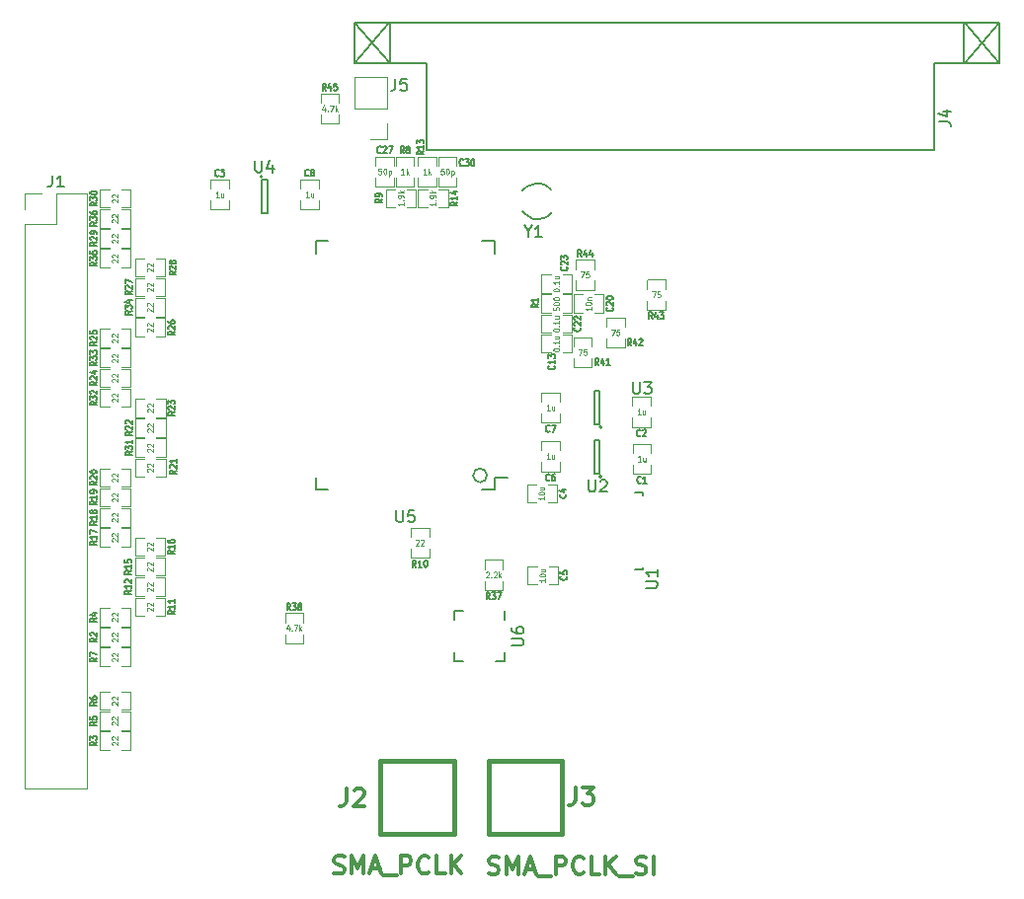
<source format=gbr>
G04 #@! TF.FileFunction,Legend,Top*
%FSLAX46Y46*%
G04 Gerber Fmt 4.6, Leading zero omitted, Abs format (unit mm)*
G04 Created by KiCad (PCBNEW 4.0.6+dfsg1-1) date Fri Sep 29 01:28:00 2017*
%MOMM*%
%LPD*%
G01*
G04 APERTURE LIST*
%ADD10C,0.100000*%
%ADD11C,0.119380*%
%ADD12C,0.120000*%
%ADD13C,0.381000*%
%ADD14C,0.150000*%
%ADD15C,0.127000*%
%ADD16C,0.114300*%
%ADD17C,0.304800*%
G04 APERTURE END LIST*
D10*
D11*
X72904860Y-63489620D02*
X72904860Y-62707300D01*
X72904860Y-64490380D02*
X72904860Y-65272700D01*
X71335140Y-63489620D02*
X71335140Y-62707300D01*
X71335140Y-65272700D02*
X71335140Y-64490380D01*
X71358000Y-62699680D02*
X72882000Y-62699680D01*
X72882000Y-65280320D02*
X71358000Y-65280320D01*
X72874860Y-59469620D02*
X72874860Y-58687300D01*
X72874860Y-60470380D02*
X72874860Y-61252700D01*
X71305140Y-59469620D02*
X71305140Y-58687300D01*
X71305140Y-61252700D02*
X71305140Y-60470380D01*
X71328000Y-58679680D02*
X72852000Y-58679680D01*
X72852000Y-61260320D02*
X71328000Y-61260320D01*
X35145140Y-41830380D02*
X35145140Y-42612700D01*
X35145140Y-40829620D02*
X35145140Y-40047300D01*
X36714860Y-41830380D02*
X36714860Y-42612700D01*
X36714860Y-40047300D02*
X36714860Y-40829620D01*
X36692000Y-42620320D02*
X35168000Y-42620320D01*
X35168000Y-40039680D02*
X36692000Y-40039680D01*
X63049620Y-66175140D02*
X62267300Y-66175140D01*
X64050380Y-66175140D02*
X64832700Y-66175140D01*
X63049620Y-67744860D02*
X62267300Y-67744860D01*
X64832700Y-67744860D02*
X64050380Y-67744860D01*
X62259680Y-67722000D02*
X62259680Y-66198000D01*
X64840320Y-66198000D02*
X64840320Y-67722000D01*
X63119620Y-73205140D02*
X62337300Y-73205140D01*
X64120380Y-73205140D02*
X64902700Y-73205140D01*
X63119620Y-74774860D02*
X62337300Y-74774860D01*
X64902700Y-74774860D02*
X64120380Y-74774860D01*
X62329680Y-74752000D02*
X62329680Y-73228000D01*
X64910320Y-73228000D02*
X64910320Y-74752000D01*
X65074860Y-63279620D02*
X65074860Y-62497300D01*
X65074860Y-64280380D02*
X65074860Y-65062700D01*
X63505140Y-63279620D02*
X63505140Y-62497300D01*
X63505140Y-65062700D02*
X63505140Y-64280380D01*
X63528000Y-62489680D02*
X65052000Y-62489680D01*
X65052000Y-65070320D02*
X63528000Y-65070320D01*
X65084860Y-59089620D02*
X65084860Y-58307300D01*
X65084860Y-60090380D02*
X65084860Y-60872700D01*
X63515140Y-59089620D02*
X63515140Y-58307300D01*
X63515140Y-60872700D02*
X63515140Y-60090380D01*
X63538000Y-58299680D02*
X65062000Y-58299680D01*
X65062000Y-60880320D02*
X63538000Y-60880320D01*
X42855140Y-41810380D02*
X42855140Y-42592700D01*
X42855140Y-40809620D02*
X42855140Y-40027300D01*
X44424860Y-41810380D02*
X44424860Y-42592700D01*
X44424860Y-40027300D02*
X44424860Y-40809620D01*
X44402000Y-42600320D02*
X42878000Y-42600320D01*
X42878000Y-40019680D02*
X44402000Y-40019680D01*
X65310380Y-54894860D02*
X66092700Y-54894860D01*
X64309620Y-54894860D02*
X63527300Y-54894860D01*
X65310380Y-53325140D02*
X66092700Y-53325140D01*
X63527300Y-53325140D02*
X64309620Y-53325140D01*
X66100320Y-53348000D02*
X66100320Y-54872000D01*
X63519680Y-54872000D02*
X63519680Y-53348000D01*
X67059620Y-49905140D02*
X66277300Y-49905140D01*
X68060380Y-49905140D02*
X68842700Y-49905140D01*
X67059620Y-51474860D02*
X66277300Y-51474860D01*
X68842700Y-51474860D02*
X68060380Y-51474860D01*
X66269680Y-51452000D02*
X66269680Y-49928000D01*
X68850320Y-49928000D02*
X68850320Y-51452000D01*
X64309620Y-51615140D02*
X63527300Y-51615140D01*
X65310380Y-51615140D02*
X66092700Y-51615140D01*
X64309620Y-53184860D02*
X63527300Y-53184860D01*
X66092700Y-53184860D02*
X65310380Y-53184860D01*
X63519680Y-53162000D02*
X63519680Y-51638000D01*
X66100320Y-51638000D02*
X66100320Y-53162000D01*
X64309620Y-48195140D02*
X63527300Y-48195140D01*
X65310380Y-48195140D02*
X66092700Y-48195140D01*
X64309620Y-49764860D02*
X63527300Y-49764860D01*
X66092700Y-49764860D02*
X65310380Y-49764860D01*
X63519680Y-49742000D02*
X63519680Y-48218000D01*
X66100320Y-48218000D02*
X66100320Y-49742000D01*
X49295140Y-39850380D02*
X49295140Y-40632700D01*
X49295140Y-38849620D02*
X49295140Y-38067300D01*
X50864860Y-39850380D02*
X50864860Y-40632700D01*
X50864860Y-38067300D02*
X50864860Y-38849620D01*
X50842000Y-40640320D02*
X49318000Y-40640320D01*
X49318000Y-38059680D02*
X50842000Y-38059680D01*
X54655140Y-39860380D02*
X54655140Y-40642700D01*
X54655140Y-38859620D02*
X54655140Y-38077300D01*
X56224860Y-39860380D02*
X56224860Y-40642700D01*
X56224860Y-38077300D02*
X56224860Y-38859620D01*
X56202000Y-40650320D02*
X54678000Y-40650320D01*
X54678000Y-38069680D02*
X56202000Y-38069680D01*
D12*
X19240000Y-43870000D02*
X19240000Y-92250000D01*
X19240000Y-92250000D02*
X24560000Y-92250000D01*
X24560000Y-92250000D02*
X24560000Y-41210000D01*
X24560000Y-41210000D02*
X21900000Y-41210000D01*
X21900000Y-41210000D02*
X21900000Y-43870000D01*
X21900000Y-43870000D02*
X19240000Y-43870000D01*
X19240000Y-42600000D02*
X19240000Y-41210000D01*
X19240000Y-41210000D02*
X20630000Y-41210000D01*
D13*
X49710400Y-89890400D02*
X56009600Y-89890400D01*
X56009600Y-89890400D02*
X56009600Y-96189600D01*
X56009600Y-96189600D02*
X49710400Y-96189600D01*
X49710400Y-96189600D02*
X49710400Y-89890400D01*
X58960400Y-89890400D02*
X65259600Y-89890400D01*
X65259600Y-89890400D02*
X65259600Y-96189600D01*
X65259600Y-96189600D02*
X58960400Y-96189600D01*
X58960400Y-96189600D02*
X58960400Y-89890400D01*
D14*
X102741660Y-26557920D02*
X99774940Y-30025020D01*
X102749280Y-30040260D02*
X99777480Y-26560460D01*
X50482680Y-26542680D02*
X47493100Y-30045340D01*
X50490300Y-30047880D02*
X47503260Y-26555380D01*
X102760000Y-26550000D02*
X102760000Y-30050000D01*
X47490000Y-30050000D02*
X47490000Y-26550000D01*
X47490000Y-26550000D02*
X102760000Y-26550000D01*
X99760000Y-26550000D02*
X99760000Y-30050000D01*
X97145000Y-30050000D02*
X102760000Y-30050000D01*
X97145000Y-30050000D02*
X97145000Y-37500000D01*
X97145000Y-37500000D02*
X53645000Y-37500000D01*
X53645000Y-37500000D02*
X53645000Y-30050000D01*
X53645000Y-30050000D02*
X47490000Y-30050000D01*
X50490000Y-30050000D02*
X50490000Y-26550000D01*
D12*
X50260000Y-33910000D02*
X50260000Y-31250000D01*
X50260000Y-31250000D02*
X47480000Y-31250000D01*
X47480000Y-31250000D02*
X47480000Y-33910000D01*
X47480000Y-33910000D02*
X50260000Y-33910000D01*
X50260000Y-35180000D02*
X50260000Y-36570000D01*
X50260000Y-36570000D02*
X48870000Y-36570000D01*
D11*
X64309620Y-49905140D02*
X63527300Y-49905140D01*
X65310380Y-49905140D02*
X66092700Y-49905140D01*
X64309620Y-51474860D02*
X63527300Y-51474860D01*
X66092700Y-51474860D02*
X65310380Y-51474860D01*
X63519680Y-51452000D02*
X63519680Y-49928000D01*
X66100320Y-49928000D02*
X66100320Y-51452000D01*
X27460380Y-80074860D02*
X28242700Y-80074860D01*
X26459620Y-80074860D02*
X25677300Y-80074860D01*
X27460380Y-78505140D02*
X28242700Y-78505140D01*
X25677300Y-78505140D02*
X26459620Y-78505140D01*
X28250320Y-78528000D02*
X28250320Y-80052000D01*
X25669680Y-80052000D02*
X25669680Y-78528000D01*
X27460380Y-88964860D02*
X28242700Y-88964860D01*
X26459620Y-88964860D02*
X25677300Y-88964860D01*
X27460380Y-87395140D02*
X28242700Y-87395140D01*
X25677300Y-87395140D02*
X26459620Y-87395140D01*
X28250320Y-87418000D02*
X28250320Y-88942000D01*
X25669680Y-88942000D02*
X25669680Y-87418000D01*
X27460380Y-78354860D02*
X28242700Y-78354860D01*
X26459620Y-78354860D02*
X25677300Y-78354860D01*
X27460380Y-76785140D02*
X28242700Y-76785140D01*
X25677300Y-76785140D02*
X26459620Y-76785140D01*
X28250320Y-76808000D02*
X28250320Y-78332000D01*
X25669680Y-78332000D02*
X25669680Y-76808000D01*
X27460380Y-87254860D02*
X28242700Y-87254860D01*
X26459620Y-87254860D02*
X25677300Y-87254860D01*
X27460380Y-85685140D02*
X28242700Y-85685140D01*
X25677300Y-85685140D02*
X26459620Y-85685140D01*
X28250320Y-85708000D02*
X28250320Y-87232000D01*
X25669680Y-87232000D02*
X25669680Y-85708000D01*
X27460380Y-85544860D02*
X28242700Y-85544860D01*
X26459620Y-85544860D02*
X25677300Y-85544860D01*
X27460380Y-83975140D02*
X28242700Y-83975140D01*
X25677300Y-83975140D02*
X26459620Y-83975140D01*
X28250320Y-83998000D02*
X28250320Y-85522000D01*
X25669680Y-85522000D02*
X25669680Y-83998000D01*
X27460380Y-81784860D02*
X28242700Y-81784860D01*
X26459620Y-81784860D02*
X25677300Y-81784860D01*
X27460380Y-80215140D02*
X28242700Y-80215140D01*
X25677300Y-80215140D02*
X26459620Y-80215140D01*
X28250320Y-80238000D02*
X28250320Y-81762000D01*
X25669680Y-81762000D02*
X25669680Y-80238000D01*
X51025140Y-39850380D02*
X51025140Y-40632700D01*
X51025140Y-38849620D02*
X51025140Y-38067300D01*
X52594860Y-39850380D02*
X52594860Y-40632700D01*
X52594860Y-38067300D02*
X52594860Y-38849620D01*
X52572000Y-40640320D02*
X51048000Y-40640320D01*
X51048000Y-38059680D02*
X52572000Y-38059680D01*
X50959620Y-40855140D02*
X50177300Y-40855140D01*
X51960380Y-40855140D02*
X52742700Y-40855140D01*
X50959620Y-42424860D02*
X50177300Y-42424860D01*
X52742700Y-42424860D02*
X51960380Y-42424860D01*
X50169680Y-42402000D02*
X50169680Y-40878000D01*
X52750320Y-40878000D02*
X52750320Y-42402000D01*
X53884860Y-70689620D02*
X53884860Y-69907300D01*
X53884860Y-71690380D02*
X53884860Y-72472700D01*
X52315140Y-70689620D02*
X52315140Y-69907300D01*
X52315140Y-72472700D02*
X52315140Y-71690380D01*
X52338000Y-69899680D02*
X53862000Y-69899680D01*
X53862000Y-72480320D02*
X52338000Y-72480320D01*
X30440380Y-77474860D02*
X31222700Y-77474860D01*
X29439620Y-77474860D02*
X28657300Y-77474860D01*
X30440380Y-75905140D02*
X31222700Y-75905140D01*
X28657300Y-75905140D02*
X29439620Y-75905140D01*
X31230320Y-75928000D02*
X31230320Y-77452000D01*
X28649680Y-77452000D02*
X28649680Y-75928000D01*
X30440380Y-75754860D02*
X31222700Y-75754860D01*
X29439620Y-75754860D02*
X28657300Y-75754860D01*
X30440380Y-74185140D02*
X31222700Y-74185140D01*
X28657300Y-74185140D02*
X29439620Y-74185140D01*
X31230320Y-74208000D02*
X31230320Y-75732000D01*
X28649680Y-75732000D02*
X28649680Y-74208000D01*
X52935140Y-39860380D02*
X52935140Y-40642700D01*
X52935140Y-38859620D02*
X52935140Y-38077300D01*
X54504860Y-39860380D02*
X54504860Y-40642700D01*
X54504860Y-38077300D02*
X54504860Y-38859620D01*
X54482000Y-40650320D02*
X52958000Y-40650320D01*
X52958000Y-38069680D02*
X54482000Y-38069680D01*
X54710380Y-42424860D02*
X55492700Y-42424860D01*
X53709620Y-42424860D02*
X52927300Y-42424860D01*
X54710380Y-40855140D02*
X55492700Y-40855140D01*
X52927300Y-40855140D02*
X53709620Y-40855140D01*
X55500320Y-40878000D02*
X55500320Y-42402000D01*
X52919680Y-42402000D02*
X52919680Y-40878000D01*
X30440380Y-74034860D02*
X31222700Y-74034860D01*
X29439620Y-74034860D02*
X28657300Y-74034860D01*
X30440380Y-72465140D02*
X31222700Y-72465140D01*
X28657300Y-72465140D02*
X29439620Y-72465140D01*
X31230320Y-72488000D02*
X31230320Y-74012000D01*
X28649680Y-74012000D02*
X28649680Y-72488000D01*
X30440380Y-72324860D02*
X31222700Y-72324860D01*
X29439620Y-72324860D02*
X28657300Y-72324860D01*
X30440380Y-70755140D02*
X31222700Y-70755140D01*
X28657300Y-70755140D02*
X29439620Y-70755140D01*
X31230320Y-70778000D02*
X31230320Y-72302000D01*
X28649680Y-72302000D02*
X28649680Y-70778000D01*
X27460380Y-71514860D02*
X28242700Y-71514860D01*
X26459620Y-71514860D02*
X25677300Y-71514860D01*
X27460380Y-69945140D02*
X28242700Y-69945140D01*
X25677300Y-69945140D02*
X26459620Y-69945140D01*
X28250320Y-69968000D02*
X28250320Y-71492000D01*
X25669680Y-71492000D02*
X25669680Y-69968000D01*
X27460380Y-69804860D02*
X28242700Y-69804860D01*
X26459620Y-69804860D02*
X25677300Y-69804860D01*
X27460380Y-68235140D02*
X28242700Y-68235140D01*
X25677300Y-68235140D02*
X26459620Y-68235140D01*
X28250320Y-68258000D02*
X28250320Y-69782000D01*
X25669680Y-69782000D02*
X25669680Y-68258000D01*
X27460380Y-68094860D02*
X28242700Y-68094860D01*
X26459620Y-68094860D02*
X25677300Y-68094860D01*
X27460380Y-66525140D02*
X28242700Y-66525140D01*
X25677300Y-66525140D02*
X26459620Y-66525140D01*
X28250320Y-66548000D02*
X28250320Y-68072000D01*
X25669680Y-68072000D02*
X25669680Y-66548000D01*
X27460380Y-66384860D02*
X28242700Y-66384860D01*
X26459620Y-66384860D02*
X25677300Y-66384860D01*
X27460380Y-64815140D02*
X28242700Y-64815140D01*
X25677300Y-64815140D02*
X26459620Y-64815140D01*
X28250320Y-64838000D02*
X28250320Y-66362000D01*
X25669680Y-66362000D02*
X25669680Y-64838000D01*
X30490380Y-65534860D02*
X31272700Y-65534860D01*
X29489620Y-65534860D02*
X28707300Y-65534860D01*
X30490380Y-63965140D02*
X31272700Y-63965140D01*
X28707300Y-63965140D02*
X29489620Y-63965140D01*
X31280320Y-63988000D02*
X31280320Y-65512000D01*
X28699680Y-65512000D02*
X28699680Y-63988000D01*
X30490380Y-62114860D02*
X31272700Y-62114860D01*
X29489620Y-62114860D02*
X28707300Y-62114860D01*
X30490380Y-60545140D02*
X31272700Y-60545140D01*
X28707300Y-60545140D02*
X29489620Y-60545140D01*
X31280320Y-60568000D02*
X31280320Y-62092000D01*
X28699680Y-62092000D02*
X28699680Y-60568000D01*
X30490380Y-60404860D02*
X31272700Y-60404860D01*
X29489620Y-60404860D02*
X28707300Y-60404860D01*
X30490380Y-58835140D02*
X31272700Y-58835140D01*
X28707300Y-58835140D02*
X29489620Y-58835140D01*
X31280320Y-58858000D02*
X31280320Y-60382000D01*
X28699680Y-60382000D02*
X28699680Y-58858000D01*
X27460380Y-57834860D02*
X28242700Y-57834860D01*
X26459620Y-57834860D02*
X25677300Y-57834860D01*
X27460380Y-56265140D02*
X28242700Y-56265140D01*
X25677300Y-56265140D02*
X26459620Y-56265140D01*
X28250320Y-56288000D02*
X28250320Y-57812000D01*
X25669680Y-57812000D02*
X25669680Y-56288000D01*
X27460380Y-54414860D02*
X28242700Y-54414860D01*
X26459620Y-54414860D02*
X25677300Y-54414860D01*
X27460380Y-52845140D02*
X28242700Y-52845140D01*
X25677300Y-52845140D02*
X26459620Y-52845140D01*
X28250320Y-52868000D02*
X28250320Y-54392000D01*
X25669680Y-54392000D02*
X25669680Y-52868000D01*
X30460380Y-53484860D02*
X31242700Y-53484860D01*
X29459620Y-53484860D02*
X28677300Y-53484860D01*
X30460380Y-51915140D02*
X31242700Y-51915140D01*
X28677300Y-51915140D02*
X29459620Y-51915140D01*
X31250320Y-51938000D02*
X31250320Y-53462000D01*
X28669680Y-53462000D02*
X28669680Y-51938000D01*
X30460380Y-50064860D02*
X31242700Y-50064860D01*
X29459620Y-50064860D02*
X28677300Y-50064860D01*
X30460380Y-48495140D02*
X31242700Y-48495140D01*
X28677300Y-48495140D02*
X29459620Y-48495140D01*
X31250320Y-48518000D02*
X31250320Y-50042000D01*
X28669680Y-50042000D02*
X28669680Y-48518000D01*
X30460380Y-48354860D02*
X31242700Y-48354860D01*
X29459620Y-48354860D02*
X28677300Y-48354860D01*
X30460380Y-46785140D02*
X31242700Y-46785140D01*
X28677300Y-46785140D02*
X29459620Y-46785140D01*
X31250320Y-46808000D02*
X31250320Y-48332000D01*
X28669680Y-48332000D02*
X28669680Y-46808000D01*
X27460380Y-45864860D02*
X28242700Y-45864860D01*
X26459620Y-45864860D02*
X25677300Y-45864860D01*
X27460380Y-44295140D02*
X28242700Y-44295140D01*
X25677300Y-44295140D02*
X26459620Y-44295140D01*
X28250320Y-44318000D02*
X28250320Y-45842000D01*
X25669680Y-45842000D02*
X25669680Y-44318000D01*
X27460380Y-42444860D02*
X28242700Y-42444860D01*
X26459620Y-42444860D02*
X25677300Y-42444860D01*
X27460380Y-40875140D02*
X28242700Y-40875140D01*
X25677300Y-40875140D02*
X26459620Y-40875140D01*
X28250320Y-40898000D02*
X28250320Y-42422000D01*
X25669680Y-42422000D02*
X25669680Y-40898000D01*
X30490380Y-63824860D02*
X31272700Y-63824860D01*
X29489620Y-63824860D02*
X28707300Y-63824860D01*
X30490380Y-62255140D02*
X31272700Y-62255140D01*
X28707300Y-62255140D02*
X29489620Y-62255140D01*
X31280320Y-62278000D02*
X31280320Y-63802000D01*
X28699680Y-63802000D02*
X28699680Y-62278000D01*
X27460380Y-59544860D02*
X28242700Y-59544860D01*
X26459620Y-59544860D02*
X25677300Y-59544860D01*
X27460380Y-57975140D02*
X28242700Y-57975140D01*
X25677300Y-57975140D02*
X26459620Y-57975140D01*
X28250320Y-57998000D02*
X28250320Y-59522000D01*
X25669680Y-59522000D02*
X25669680Y-57998000D01*
X27460380Y-56124860D02*
X28242700Y-56124860D01*
X26459620Y-56124860D02*
X25677300Y-56124860D01*
X27460380Y-54555140D02*
X28242700Y-54555140D01*
X25677300Y-54555140D02*
X26459620Y-54555140D01*
X28250320Y-54578000D02*
X28250320Y-56102000D01*
X25669680Y-56102000D02*
X25669680Y-54578000D01*
X30460380Y-51774860D02*
X31242700Y-51774860D01*
X29459620Y-51774860D02*
X28677300Y-51774860D01*
X30460380Y-50205140D02*
X31242700Y-50205140D01*
X28677300Y-50205140D02*
X29459620Y-50205140D01*
X31250320Y-50228000D02*
X31250320Y-51752000D01*
X28669680Y-51752000D02*
X28669680Y-50228000D01*
X27460380Y-47574860D02*
X28242700Y-47574860D01*
X26459620Y-47574860D02*
X25677300Y-47574860D01*
X27460380Y-46005140D02*
X28242700Y-46005140D01*
X25677300Y-46005140D02*
X26459620Y-46005140D01*
X28250320Y-46028000D02*
X28250320Y-47552000D01*
X25669680Y-47552000D02*
X25669680Y-46028000D01*
X27460380Y-44154860D02*
X28242700Y-44154860D01*
X26459620Y-44154860D02*
X25677300Y-44154860D01*
X27460380Y-42585140D02*
X28242700Y-42585140D01*
X25677300Y-42585140D02*
X26459620Y-42585140D01*
X28250320Y-42608000D02*
X28250320Y-44132000D01*
X25669680Y-44132000D02*
X25669680Y-42608000D01*
X60194860Y-73459620D02*
X60194860Y-72677300D01*
X60194860Y-74460380D02*
X60194860Y-75242700D01*
X58625140Y-73459620D02*
X58625140Y-72677300D01*
X58625140Y-75242700D02*
X58625140Y-74460380D01*
X58648000Y-72669680D02*
X60172000Y-72669680D01*
X60172000Y-75250320D02*
X58648000Y-75250320D01*
X41525140Y-79040380D02*
X41525140Y-79822700D01*
X41525140Y-78039620D02*
X41525140Y-77257300D01*
X43094860Y-79040380D02*
X43094860Y-79822700D01*
X43094860Y-77257300D02*
X43094860Y-78039620D01*
X43072000Y-79830320D02*
X41548000Y-79830320D01*
X41548000Y-77249680D02*
X43072000Y-77249680D01*
X66255140Y-55360380D02*
X66255140Y-56142700D01*
X66255140Y-54359620D02*
X66255140Y-53577300D01*
X67824860Y-55360380D02*
X67824860Y-56142700D01*
X67824860Y-53577300D02*
X67824860Y-54359620D01*
X67802000Y-56150320D02*
X66278000Y-56150320D01*
X66278000Y-53569680D02*
X67802000Y-53569680D01*
X69075140Y-53660380D02*
X69075140Y-54442700D01*
X69075140Y-52659620D02*
X69075140Y-51877300D01*
X70644860Y-53660380D02*
X70644860Y-54442700D01*
X70644860Y-51877300D02*
X70644860Y-52659620D01*
X70622000Y-54450320D02*
X69098000Y-54450320D01*
X69098000Y-51869680D02*
X70622000Y-51869680D01*
X74144860Y-49419620D02*
X74144860Y-48637300D01*
X74144860Y-50420380D02*
X74144860Y-51202700D01*
X72575140Y-49419620D02*
X72575140Y-48637300D01*
X72575140Y-51202700D02*
X72575140Y-50420380D01*
X72598000Y-48629680D02*
X74122000Y-48629680D01*
X74122000Y-51210320D02*
X72598000Y-51210320D01*
X68034860Y-47709620D02*
X68034860Y-46927300D01*
X68034860Y-48710380D02*
X68034860Y-49492700D01*
X66465140Y-47709620D02*
X66465140Y-46927300D01*
X66465140Y-49492700D02*
X66465140Y-48710380D01*
X66488000Y-46919680D02*
X68012000Y-46919680D01*
X68012000Y-49500320D02*
X66488000Y-49500320D01*
D14*
X72201180Y-73325260D02*
X72201180Y-73277000D01*
X71510300Y-66889000D02*
X72211340Y-66889000D01*
X72211340Y-66889000D02*
X72211340Y-67137920D01*
X72201180Y-73325260D02*
X72201180Y-73525920D01*
X72201180Y-73525920D02*
X71500140Y-73525920D01*
X68670000Y-65520000D02*
G75*
G03X68670000Y-65520000I-100000J0D01*
G01*
X68020000Y-65270000D02*
X68520000Y-65270000D01*
X68020000Y-62370000D02*
X68020000Y-65270000D01*
X68520000Y-62370000D02*
X68020000Y-62370000D01*
X68520000Y-65270000D02*
X68520000Y-62370000D01*
X68670000Y-61280000D02*
G75*
G03X68670000Y-61280000I-100000J0D01*
G01*
X68020000Y-61030000D02*
X68520000Y-61030000D01*
X68020000Y-58130000D02*
X68020000Y-61030000D01*
X68520000Y-58130000D02*
X68020000Y-58130000D01*
X68520000Y-61030000D02*
X68520000Y-58130000D01*
X39580000Y-39810000D02*
G75*
G03X39580000Y-39810000I-100000J0D01*
G01*
X40030000Y-40060000D02*
X39530000Y-40060000D01*
X40030000Y-42960000D02*
X40030000Y-40060000D01*
X39530000Y-42960000D02*
X40030000Y-42960000D01*
X39530000Y-40060000D02*
X39530000Y-42960000D01*
D11*
X44585140Y-34450380D02*
X44585140Y-35232700D01*
X44585140Y-33449620D02*
X44585140Y-32667300D01*
X46154860Y-34450380D02*
X46154860Y-35232700D01*
X46154860Y-32667300D02*
X46154860Y-33449620D01*
X46132000Y-35240320D02*
X44608000Y-35240320D01*
X44608000Y-32659680D02*
X46132000Y-32659680D01*
D14*
X61899520Y-41010840D02*
X62150980Y-40759380D01*
X62150980Y-40759380D02*
X62498960Y-40510460D01*
X62498960Y-40510460D02*
X63050140Y-40360600D01*
X63050140Y-40360600D02*
X63448920Y-40360600D01*
X63448920Y-40360600D02*
X63949300Y-40561260D01*
X63949300Y-40561260D02*
X64350620Y-40909240D01*
X61899520Y-42760900D02*
X62049380Y-42959020D01*
X62049380Y-42959020D02*
X62349100Y-43210480D01*
X62349100Y-43210480D02*
X62801220Y-43411140D01*
X62801220Y-43411140D02*
X63250800Y-43459400D01*
X63250800Y-43459400D02*
X63751180Y-43360340D01*
X63751180Y-43360340D02*
X64099160Y-43159680D01*
X64099160Y-43159680D02*
X64449680Y-42809160D01*
X60340000Y-81370000D02*
X59565000Y-81370000D01*
X56040000Y-77070000D02*
X56815000Y-77070000D01*
X56040000Y-81370000D02*
X56815000Y-81370000D01*
X60340000Y-77070000D02*
X60340000Y-77845000D01*
X56040000Y-77070000D02*
X56040000Y-77845000D01*
X56040000Y-81370000D02*
X56040000Y-80595000D01*
X60340000Y-81370000D02*
X60340000Y-80595000D01*
X58838232Y-65420640D02*
G75*
G03X58838232Y-65420640I-590292J0D01*
G01*
X59505000Y-66665000D02*
X59505000Y-65590000D01*
X44155000Y-66665000D02*
X44155000Y-65590000D01*
X44155000Y-45315000D02*
X44155000Y-46390000D01*
X59505000Y-45315000D02*
X59505000Y-46390000D01*
X59505000Y-66665000D02*
X58430000Y-66665000D01*
X59505000Y-45315000D02*
X58430000Y-45315000D01*
X44155000Y-45315000D02*
X45230000Y-45315000D01*
X44155000Y-66665000D02*
X45230000Y-66665000D01*
X59505000Y-65590000D02*
X60605000Y-65590000D01*
D15*
X72035333Y-66027443D02*
X72011143Y-66055262D01*
X71938571Y-66083081D01*
X71890190Y-66083081D01*
X71817619Y-66055262D01*
X71769238Y-65999624D01*
X71745047Y-65943986D01*
X71720857Y-65832710D01*
X71720857Y-65749252D01*
X71745047Y-65637976D01*
X71769238Y-65582338D01*
X71817619Y-65526700D01*
X71890190Y-65498881D01*
X71938571Y-65498881D01*
X72011143Y-65526700D01*
X72035333Y-65554519D01*
X72519143Y-66083081D02*
X72228857Y-66083081D01*
X72374000Y-66083081D02*
X72374000Y-65498881D01*
X72325619Y-65582338D01*
X72277238Y-65637976D01*
X72228857Y-65665795D01*
D16*
X72043800Y-64219810D02*
X71782543Y-64219810D01*
X71913171Y-64219810D02*
X71913171Y-63711810D01*
X71869628Y-63784381D01*
X71826086Y-63832762D01*
X71782543Y-63856952D01*
X72435686Y-63881143D02*
X72435686Y-64219810D01*
X72239743Y-63881143D02*
X72239743Y-64147238D01*
X72261515Y-64195619D01*
X72305057Y-64219810D01*
X72370372Y-64219810D01*
X72413915Y-64195619D01*
X72435686Y-64171429D01*
D15*
X72005333Y-62007443D02*
X71981143Y-62035262D01*
X71908571Y-62063081D01*
X71860190Y-62063081D01*
X71787619Y-62035262D01*
X71739238Y-61979624D01*
X71715047Y-61923986D01*
X71690857Y-61812710D01*
X71690857Y-61729252D01*
X71715047Y-61617976D01*
X71739238Y-61562338D01*
X71787619Y-61506700D01*
X71860190Y-61478881D01*
X71908571Y-61478881D01*
X71981143Y-61506700D01*
X72005333Y-61534519D01*
X72198857Y-61534519D02*
X72223047Y-61506700D01*
X72271428Y-61478881D01*
X72392381Y-61478881D01*
X72440762Y-61506700D01*
X72464952Y-61534519D01*
X72489143Y-61590157D01*
X72489143Y-61645795D01*
X72464952Y-61729252D01*
X72174666Y-62063081D01*
X72489143Y-62063081D01*
D16*
X72013800Y-60199810D02*
X71752543Y-60199810D01*
X71883171Y-60199810D02*
X71883171Y-59691810D01*
X71839628Y-59764381D01*
X71796086Y-59812762D01*
X71752543Y-59836952D01*
X72405686Y-59861143D02*
X72405686Y-60199810D01*
X72209743Y-59861143D02*
X72209743Y-60127238D01*
X72231515Y-60175619D01*
X72275057Y-60199810D01*
X72340372Y-60199810D01*
X72383915Y-60175619D01*
X72405686Y-60151429D01*
D15*
X35845333Y-39709843D02*
X35821143Y-39737662D01*
X35748571Y-39765481D01*
X35700190Y-39765481D01*
X35627619Y-39737662D01*
X35579238Y-39682024D01*
X35555047Y-39626386D01*
X35530857Y-39515110D01*
X35530857Y-39431652D01*
X35555047Y-39320376D01*
X35579238Y-39264738D01*
X35627619Y-39209100D01*
X35700190Y-39181281D01*
X35748571Y-39181281D01*
X35821143Y-39209100D01*
X35845333Y-39236919D01*
X36014666Y-39181281D02*
X36329143Y-39181281D01*
X36159809Y-39403833D01*
X36232381Y-39403833D01*
X36280762Y-39431652D01*
X36304952Y-39459471D01*
X36329143Y-39515110D01*
X36329143Y-39654205D01*
X36304952Y-39709843D01*
X36280762Y-39737662D01*
X36232381Y-39765481D01*
X36087238Y-39765481D01*
X36038857Y-39737662D01*
X36014666Y-39709843D01*
D16*
X35853800Y-41559810D02*
X35592543Y-41559810D01*
X35723171Y-41559810D02*
X35723171Y-41051810D01*
X35679628Y-41124381D01*
X35636086Y-41172762D01*
X35592543Y-41196952D01*
X36245686Y-41221143D02*
X36245686Y-41559810D01*
X36049743Y-41221143D02*
X36049743Y-41487238D01*
X36071515Y-41535619D01*
X36115057Y-41559810D01*
X36180372Y-41559810D01*
X36223915Y-41535619D01*
X36245686Y-41511429D01*
D15*
X65587443Y-67044667D02*
X65615262Y-67068857D01*
X65643081Y-67141429D01*
X65643081Y-67189810D01*
X65615262Y-67262381D01*
X65559624Y-67310762D01*
X65503986Y-67334953D01*
X65392710Y-67359143D01*
X65309252Y-67359143D01*
X65197976Y-67334953D01*
X65142338Y-67310762D01*
X65086700Y-67262381D01*
X65058881Y-67189810D01*
X65058881Y-67141429D01*
X65086700Y-67068857D01*
X65114519Y-67044667D01*
X65253614Y-66609238D02*
X65643081Y-66609238D01*
X65031062Y-66730191D02*
X65448348Y-66851143D01*
X65448348Y-66536667D01*
D16*
X63779810Y-67253914D02*
X63779810Y-67515171D01*
X63779810Y-67384543D02*
X63271810Y-67384543D01*
X63344381Y-67428086D01*
X63392762Y-67471628D01*
X63416952Y-67515171D01*
X63271810Y-66970885D02*
X63271810Y-66927342D01*
X63296000Y-66883799D01*
X63320190Y-66862028D01*
X63368571Y-66840257D01*
X63465333Y-66818485D01*
X63586286Y-66818485D01*
X63683048Y-66840257D01*
X63731429Y-66862028D01*
X63755619Y-66883799D01*
X63779810Y-66927342D01*
X63779810Y-66970885D01*
X63755619Y-67014428D01*
X63731429Y-67036199D01*
X63683048Y-67057971D01*
X63586286Y-67079742D01*
X63465333Y-67079742D01*
X63368571Y-67057971D01*
X63320190Y-67036199D01*
X63296000Y-67014428D01*
X63271810Y-66970885D01*
X63441143Y-66426599D02*
X63779810Y-66426599D01*
X63441143Y-66622542D02*
X63707238Y-66622542D01*
X63755619Y-66600770D01*
X63779810Y-66557228D01*
X63779810Y-66491913D01*
X63755619Y-66448370D01*
X63731429Y-66426599D01*
D15*
X65657443Y-74074667D02*
X65685262Y-74098857D01*
X65713081Y-74171429D01*
X65713081Y-74219810D01*
X65685262Y-74292381D01*
X65629624Y-74340762D01*
X65573986Y-74364953D01*
X65462710Y-74389143D01*
X65379252Y-74389143D01*
X65267976Y-74364953D01*
X65212338Y-74340762D01*
X65156700Y-74292381D01*
X65128881Y-74219810D01*
X65128881Y-74171429D01*
X65156700Y-74098857D01*
X65184519Y-74074667D01*
X65128881Y-73615048D02*
X65128881Y-73856953D01*
X65407071Y-73881143D01*
X65379252Y-73856953D01*
X65351433Y-73808572D01*
X65351433Y-73687619D01*
X65379252Y-73639238D01*
X65407071Y-73615048D01*
X65462710Y-73590857D01*
X65601805Y-73590857D01*
X65657443Y-73615048D01*
X65685262Y-73639238D01*
X65713081Y-73687619D01*
X65713081Y-73808572D01*
X65685262Y-73856953D01*
X65657443Y-73881143D01*
D16*
X63849810Y-74283914D02*
X63849810Y-74545171D01*
X63849810Y-74414543D02*
X63341810Y-74414543D01*
X63414381Y-74458086D01*
X63462762Y-74501628D01*
X63486952Y-74545171D01*
X63341810Y-74000885D02*
X63341810Y-73957342D01*
X63366000Y-73913799D01*
X63390190Y-73892028D01*
X63438571Y-73870257D01*
X63535333Y-73848485D01*
X63656286Y-73848485D01*
X63753048Y-73870257D01*
X63801429Y-73892028D01*
X63825619Y-73913799D01*
X63849810Y-73957342D01*
X63849810Y-74000885D01*
X63825619Y-74044428D01*
X63801429Y-74066199D01*
X63753048Y-74087971D01*
X63656286Y-74109742D01*
X63535333Y-74109742D01*
X63438571Y-74087971D01*
X63390190Y-74066199D01*
X63366000Y-74044428D01*
X63341810Y-74000885D01*
X63511143Y-73456599D02*
X63849810Y-73456599D01*
X63511143Y-73652542D02*
X63777238Y-73652542D01*
X63825619Y-73630770D01*
X63849810Y-73587228D01*
X63849810Y-73521913D01*
X63825619Y-73478370D01*
X63801429Y-73456599D01*
D15*
X64205333Y-65817443D02*
X64181143Y-65845262D01*
X64108571Y-65873081D01*
X64060190Y-65873081D01*
X63987619Y-65845262D01*
X63939238Y-65789624D01*
X63915047Y-65733986D01*
X63890857Y-65622710D01*
X63890857Y-65539252D01*
X63915047Y-65427976D01*
X63939238Y-65372338D01*
X63987619Y-65316700D01*
X64060190Y-65288881D01*
X64108571Y-65288881D01*
X64181143Y-65316700D01*
X64205333Y-65344519D01*
X64640762Y-65288881D02*
X64544000Y-65288881D01*
X64495619Y-65316700D01*
X64471428Y-65344519D01*
X64423047Y-65427976D01*
X64398857Y-65539252D01*
X64398857Y-65761805D01*
X64423047Y-65817443D01*
X64447238Y-65845262D01*
X64495619Y-65873081D01*
X64592381Y-65873081D01*
X64640762Y-65845262D01*
X64664952Y-65817443D01*
X64689143Y-65761805D01*
X64689143Y-65622710D01*
X64664952Y-65567071D01*
X64640762Y-65539252D01*
X64592381Y-65511433D01*
X64495619Y-65511433D01*
X64447238Y-65539252D01*
X64423047Y-65567071D01*
X64398857Y-65622710D01*
D16*
X64213800Y-64009810D02*
X63952543Y-64009810D01*
X64083171Y-64009810D02*
X64083171Y-63501810D01*
X64039628Y-63574381D01*
X63996086Y-63622762D01*
X63952543Y-63646952D01*
X64605686Y-63671143D02*
X64605686Y-64009810D01*
X64409743Y-63671143D02*
X64409743Y-63937238D01*
X64431515Y-63985619D01*
X64475057Y-64009810D01*
X64540372Y-64009810D01*
X64583915Y-63985619D01*
X64605686Y-63961429D01*
D15*
X64215333Y-61627443D02*
X64191143Y-61655262D01*
X64118571Y-61683081D01*
X64070190Y-61683081D01*
X63997619Y-61655262D01*
X63949238Y-61599624D01*
X63925047Y-61543986D01*
X63900857Y-61432710D01*
X63900857Y-61349252D01*
X63925047Y-61237976D01*
X63949238Y-61182338D01*
X63997619Y-61126700D01*
X64070190Y-61098881D01*
X64118571Y-61098881D01*
X64191143Y-61126700D01*
X64215333Y-61154519D01*
X64384666Y-61098881D02*
X64723333Y-61098881D01*
X64505619Y-61683081D01*
D16*
X64223800Y-59819810D02*
X63962543Y-59819810D01*
X64093171Y-59819810D02*
X64093171Y-59311810D01*
X64049628Y-59384381D01*
X64006086Y-59432762D01*
X63962543Y-59456952D01*
X64615686Y-59481143D02*
X64615686Y-59819810D01*
X64419743Y-59481143D02*
X64419743Y-59747238D01*
X64441515Y-59795619D01*
X64485057Y-59819810D01*
X64550372Y-59819810D01*
X64593915Y-59795619D01*
X64615686Y-59771429D01*
D15*
X43555333Y-39689843D02*
X43531143Y-39717662D01*
X43458571Y-39745481D01*
X43410190Y-39745481D01*
X43337619Y-39717662D01*
X43289238Y-39662024D01*
X43265047Y-39606386D01*
X43240857Y-39495110D01*
X43240857Y-39411652D01*
X43265047Y-39300376D01*
X43289238Y-39244738D01*
X43337619Y-39189100D01*
X43410190Y-39161281D01*
X43458571Y-39161281D01*
X43531143Y-39189100D01*
X43555333Y-39216919D01*
X43845619Y-39411652D02*
X43797238Y-39383833D01*
X43773047Y-39356014D01*
X43748857Y-39300376D01*
X43748857Y-39272557D01*
X43773047Y-39216919D01*
X43797238Y-39189100D01*
X43845619Y-39161281D01*
X43942381Y-39161281D01*
X43990762Y-39189100D01*
X44014952Y-39216919D01*
X44039143Y-39272557D01*
X44039143Y-39300376D01*
X44014952Y-39356014D01*
X43990762Y-39383833D01*
X43942381Y-39411652D01*
X43845619Y-39411652D01*
X43797238Y-39439471D01*
X43773047Y-39467290D01*
X43748857Y-39522929D01*
X43748857Y-39634205D01*
X43773047Y-39689843D01*
X43797238Y-39717662D01*
X43845619Y-39745481D01*
X43942381Y-39745481D01*
X43990762Y-39717662D01*
X44014952Y-39689843D01*
X44039143Y-39634205D01*
X44039143Y-39522929D01*
X44014952Y-39467290D01*
X43990762Y-39439471D01*
X43942381Y-39411652D01*
D16*
X43563800Y-41539810D02*
X43302543Y-41539810D01*
X43433171Y-41539810D02*
X43433171Y-41031810D01*
X43389628Y-41104381D01*
X43346086Y-41152762D01*
X43302543Y-41176952D01*
X43955686Y-41201143D02*
X43955686Y-41539810D01*
X43759743Y-41201143D02*
X43759743Y-41467238D01*
X43781515Y-41515619D01*
X43825057Y-41539810D01*
X43890372Y-41539810D01*
X43933915Y-41515619D01*
X43955686Y-41491429D01*
D15*
X64608643Y-56006572D02*
X64636462Y-56030762D01*
X64664281Y-56103334D01*
X64664281Y-56151715D01*
X64636462Y-56224286D01*
X64580824Y-56272667D01*
X64525186Y-56296858D01*
X64413910Y-56321048D01*
X64330452Y-56321048D01*
X64219176Y-56296858D01*
X64163538Y-56272667D01*
X64107900Y-56224286D01*
X64080081Y-56151715D01*
X64080081Y-56103334D01*
X64107900Y-56030762D01*
X64135719Y-56006572D01*
X64664281Y-55522762D02*
X64664281Y-55813048D01*
X64664281Y-55667905D02*
X64080081Y-55667905D01*
X64163538Y-55716286D01*
X64219176Y-55764667D01*
X64246995Y-55813048D01*
X64080081Y-55353429D02*
X64080081Y-55038952D01*
X64302633Y-55208286D01*
X64302633Y-55135714D01*
X64330452Y-55087333D01*
X64358271Y-55063143D01*
X64413910Y-55038952D01*
X64553005Y-55038952D01*
X64608643Y-55063143D01*
X64636462Y-55087333D01*
X64664281Y-55135714D01*
X64664281Y-55280857D01*
X64636462Y-55329238D01*
X64608643Y-55353429D01*
D16*
X64531810Y-54665171D02*
X64531810Y-54621628D01*
X64556000Y-54578085D01*
X64580190Y-54556314D01*
X64628571Y-54534543D01*
X64725333Y-54512771D01*
X64846286Y-54512771D01*
X64943048Y-54534543D01*
X64991429Y-54556314D01*
X65015619Y-54578085D01*
X65039810Y-54621628D01*
X65039810Y-54665171D01*
X65015619Y-54708714D01*
X64991429Y-54730485D01*
X64943048Y-54752257D01*
X64846286Y-54774028D01*
X64725333Y-54774028D01*
X64628571Y-54752257D01*
X64580190Y-54730485D01*
X64556000Y-54708714D01*
X64531810Y-54665171D01*
X64991429Y-54316828D02*
X65015619Y-54295056D01*
X65039810Y-54316828D01*
X65015619Y-54338599D01*
X64991429Y-54316828D01*
X65039810Y-54316828D01*
X65039810Y-53859628D02*
X65039810Y-54120885D01*
X65039810Y-53990257D02*
X64531810Y-53990257D01*
X64604381Y-54033800D01*
X64652762Y-54077342D01*
X64676952Y-54120885D01*
X64701143Y-53467742D02*
X65039810Y-53467742D01*
X64701143Y-53663685D02*
X64967238Y-53663685D01*
X65015619Y-53641913D01*
X65039810Y-53598371D01*
X65039810Y-53533056D01*
X65015619Y-53489513D01*
X64991429Y-53467742D01*
D15*
X69597443Y-51016572D02*
X69625262Y-51040762D01*
X69653081Y-51113334D01*
X69653081Y-51161715D01*
X69625262Y-51234286D01*
X69569624Y-51282667D01*
X69513986Y-51306858D01*
X69402710Y-51331048D01*
X69319252Y-51331048D01*
X69207976Y-51306858D01*
X69152338Y-51282667D01*
X69096700Y-51234286D01*
X69068881Y-51161715D01*
X69068881Y-51113334D01*
X69096700Y-51040762D01*
X69124519Y-51016572D01*
X69124519Y-50823048D02*
X69096700Y-50798858D01*
X69068881Y-50750477D01*
X69068881Y-50629524D01*
X69096700Y-50581143D01*
X69124519Y-50556953D01*
X69180157Y-50532762D01*
X69235795Y-50532762D01*
X69319252Y-50556953D01*
X69653081Y-50847239D01*
X69653081Y-50532762D01*
X69068881Y-50218286D02*
X69068881Y-50169905D01*
X69096700Y-50121524D01*
X69124519Y-50097333D01*
X69180157Y-50073143D01*
X69291433Y-50048952D01*
X69430529Y-50048952D01*
X69541805Y-50073143D01*
X69597443Y-50097333D01*
X69625262Y-50121524D01*
X69653081Y-50169905D01*
X69653081Y-50218286D01*
X69625262Y-50266667D01*
X69597443Y-50290857D01*
X69541805Y-50315048D01*
X69430529Y-50339238D01*
X69291433Y-50339238D01*
X69180157Y-50315048D01*
X69124519Y-50290857D01*
X69096700Y-50266667D01*
X69068881Y-50218286D01*
D16*
X67789810Y-50983914D02*
X67789810Y-51245171D01*
X67789810Y-51114543D02*
X67281810Y-51114543D01*
X67354381Y-51158086D01*
X67402762Y-51201628D01*
X67426952Y-51245171D01*
X67281810Y-50700885D02*
X67281810Y-50657342D01*
X67306000Y-50613799D01*
X67330190Y-50592028D01*
X67378571Y-50570257D01*
X67475333Y-50548485D01*
X67596286Y-50548485D01*
X67693048Y-50570257D01*
X67741429Y-50592028D01*
X67765619Y-50613799D01*
X67789810Y-50657342D01*
X67789810Y-50700885D01*
X67765619Y-50744428D01*
X67741429Y-50766199D01*
X67693048Y-50787971D01*
X67596286Y-50809742D01*
X67475333Y-50809742D01*
X67378571Y-50787971D01*
X67330190Y-50766199D01*
X67306000Y-50744428D01*
X67281810Y-50700885D01*
X67451143Y-50352542D02*
X67789810Y-50352542D01*
X67499524Y-50352542D02*
X67475333Y-50330770D01*
X67451143Y-50287228D01*
X67451143Y-50221913D01*
X67475333Y-50178370D01*
X67523714Y-50156599D01*
X67789810Y-50156599D01*
D15*
X66847443Y-52726572D02*
X66875262Y-52750762D01*
X66903081Y-52823334D01*
X66903081Y-52871715D01*
X66875262Y-52944286D01*
X66819624Y-52992667D01*
X66763986Y-53016858D01*
X66652710Y-53041048D01*
X66569252Y-53041048D01*
X66457976Y-53016858D01*
X66402338Y-52992667D01*
X66346700Y-52944286D01*
X66318881Y-52871715D01*
X66318881Y-52823334D01*
X66346700Y-52750762D01*
X66374519Y-52726572D01*
X66374519Y-52533048D02*
X66346700Y-52508858D01*
X66318881Y-52460477D01*
X66318881Y-52339524D01*
X66346700Y-52291143D01*
X66374519Y-52266953D01*
X66430157Y-52242762D01*
X66485795Y-52242762D01*
X66569252Y-52266953D01*
X66903081Y-52557239D01*
X66903081Y-52242762D01*
X66374519Y-52049238D02*
X66346700Y-52025048D01*
X66318881Y-51976667D01*
X66318881Y-51855714D01*
X66346700Y-51807333D01*
X66374519Y-51783143D01*
X66430157Y-51758952D01*
X66485795Y-51758952D01*
X66569252Y-51783143D01*
X66903081Y-52073429D01*
X66903081Y-51758952D01*
D16*
X64531810Y-52955171D02*
X64531810Y-52911628D01*
X64556000Y-52868085D01*
X64580190Y-52846314D01*
X64628571Y-52824543D01*
X64725333Y-52802771D01*
X64846286Y-52802771D01*
X64943048Y-52824543D01*
X64991429Y-52846314D01*
X65015619Y-52868085D01*
X65039810Y-52911628D01*
X65039810Y-52955171D01*
X65015619Y-52998714D01*
X64991429Y-53020485D01*
X64943048Y-53042257D01*
X64846286Y-53064028D01*
X64725333Y-53064028D01*
X64628571Y-53042257D01*
X64580190Y-53020485D01*
X64556000Y-52998714D01*
X64531810Y-52955171D01*
X64991429Y-52606828D02*
X65015619Y-52585056D01*
X65039810Y-52606828D01*
X65015619Y-52628599D01*
X64991429Y-52606828D01*
X65039810Y-52606828D01*
X65039810Y-52149628D02*
X65039810Y-52410885D01*
X65039810Y-52280257D02*
X64531810Y-52280257D01*
X64604381Y-52323800D01*
X64652762Y-52367342D01*
X64676952Y-52410885D01*
X64701143Y-51757742D02*
X65039810Y-51757742D01*
X64701143Y-51953685D02*
X64967238Y-51953685D01*
X65015619Y-51931913D01*
X65039810Y-51888371D01*
X65039810Y-51823056D01*
X65015619Y-51779513D01*
X64991429Y-51757742D01*
D15*
X65698643Y-47526572D02*
X65726462Y-47550762D01*
X65754281Y-47623334D01*
X65754281Y-47671715D01*
X65726462Y-47744286D01*
X65670824Y-47792667D01*
X65615186Y-47816858D01*
X65503910Y-47841048D01*
X65420452Y-47841048D01*
X65309176Y-47816858D01*
X65253538Y-47792667D01*
X65197900Y-47744286D01*
X65170081Y-47671715D01*
X65170081Y-47623334D01*
X65197900Y-47550762D01*
X65225719Y-47526572D01*
X65225719Y-47333048D02*
X65197900Y-47308858D01*
X65170081Y-47260477D01*
X65170081Y-47139524D01*
X65197900Y-47091143D01*
X65225719Y-47066953D01*
X65281357Y-47042762D01*
X65336995Y-47042762D01*
X65420452Y-47066953D01*
X65754281Y-47357239D01*
X65754281Y-47042762D01*
X65170081Y-46873429D02*
X65170081Y-46558952D01*
X65392633Y-46728286D01*
X65392633Y-46655714D01*
X65420452Y-46607333D01*
X65448271Y-46583143D01*
X65503910Y-46558952D01*
X65643005Y-46558952D01*
X65698643Y-46583143D01*
X65726462Y-46607333D01*
X65754281Y-46655714D01*
X65754281Y-46800857D01*
X65726462Y-46849238D01*
X65698643Y-46873429D01*
D16*
X64531810Y-49535171D02*
X64531810Y-49491628D01*
X64556000Y-49448085D01*
X64580190Y-49426314D01*
X64628571Y-49404543D01*
X64725333Y-49382771D01*
X64846286Y-49382771D01*
X64943048Y-49404543D01*
X64991429Y-49426314D01*
X65015619Y-49448085D01*
X65039810Y-49491628D01*
X65039810Y-49535171D01*
X65015619Y-49578714D01*
X64991429Y-49600485D01*
X64943048Y-49622257D01*
X64846286Y-49644028D01*
X64725333Y-49644028D01*
X64628571Y-49622257D01*
X64580190Y-49600485D01*
X64556000Y-49578714D01*
X64531810Y-49535171D01*
X64991429Y-49186828D02*
X65015619Y-49165056D01*
X65039810Y-49186828D01*
X65015619Y-49208599D01*
X64991429Y-49186828D01*
X65039810Y-49186828D01*
X65039810Y-48729628D02*
X65039810Y-48990885D01*
X65039810Y-48860257D02*
X64531810Y-48860257D01*
X64604381Y-48903800D01*
X64652762Y-48947342D01*
X64676952Y-48990885D01*
X64701143Y-48337742D02*
X65039810Y-48337742D01*
X64701143Y-48533685D02*
X64967238Y-48533685D01*
X65015619Y-48511913D01*
X65039810Y-48468371D01*
X65039810Y-48403056D01*
X65015619Y-48359513D01*
X64991429Y-48337742D01*
D15*
X49753428Y-37729843D02*
X49729238Y-37757662D01*
X49656666Y-37785481D01*
X49608285Y-37785481D01*
X49535714Y-37757662D01*
X49487333Y-37702024D01*
X49463142Y-37646386D01*
X49438952Y-37535110D01*
X49438952Y-37451652D01*
X49463142Y-37340376D01*
X49487333Y-37284738D01*
X49535714Y-37229100D01*
X49608285Y-37201281D01*
X49656666Y-37201281D01*
X49729238Y-37229100D01*
X49753428Y-37256919D01*
X49946952Y-37256919D02*
X49971142Y-37229100D01*
X50019523Y-37201281D01*
X50140476Y-37201281D01*
X50188857Y-37229100D01*
X50213047Y-37256919D01*
X50237238Y-37312557D01*
X50237238Y-37368195D01*
X50213047Y-37451652D01*
X49922761Y-37785481D01*
X50237238Y-37785481D01*
X50406571Y-37201281D02*
X50745238Y-37201281D01*
X50527524Y-37785481D01*
D16*
X49764314Y-39071810D02*
X49546600Y-39071810D01*
X49524829Y-39313714D01*
X49546600Y-39289524D01*
X49590143Y-39265333D01*
X49699000Y-39265333D01*
X49742543Y-39289524D01*
X49764314Y-39313714D01*
X49786086Y-39362095D01*
X49786086Y-39483048D01*
X49764314Y-39531429D01*
X49742543Y-39555619D01*
X49699000Y-39579810D01*
X49590143Y-39579810D01*
X49546600Y-39555619D01*
X49524829Y-39531429D01*
X50069115Y-39071810D02*
X50112658Y-39071810D01*
X50156201Y-39096000D01*
X50177972Y-39120190D01*
X50199743Y-39168571D01*
X50221515Y-39265333D01*
X50221515Y-39386286D01*
X50199743Y-39483048D01*
X50177972Y-39531429D01*
X50156201Y-39555619D01*
X50112658Y-39579810D01*
X50069115Y-39579810D01*
X50025572Y-39555619D01*
X50003801Y-39531429D01*
X49982029Y-39483048D01*
X49960258Y-39386286D01*
X49960258Y-39265333D01*
X49982029Y-39168571D01*
X50003801Y-39120190D01*
X50025572Y-39096000D01*
X50069115Y-39071810D01*
X50417458Y-39241143D02*
X50417458Y-39749143D01*
X50417458Y-39265333D02*
X50461001Y-39241143D01*
X50548087Y-39241143D01*
X50591630Y-39265333D01*
X50613401Y-39289524D01*
X50635172Y-39337905D01*
X50635172Y-39483048D01*
X50613401Y-39531429D01*
X50591630Y-39555619D01*
X50548087Y-39579810D01*
X50461001Y-39579810D01*
X50417458Y-39555619D01*
D15*
X56793428Y-38798643D02*
X56769238Y-38826462D01*
X56696666Y-38854281D01*
X56648285Y-38854281D01*
X56575714Y-38826462D01*
X56527333Y-38770824D01*
X56503142Y-38715186D01*
X56478952Y-38603910D01*
X56478952Y-38520452D01*
X56503142Y-38409176D01*
X56527333Y-38353538D01*
X56575714Y-38297900D01*
X56648285Y-38270081D01*
X56696666Y-38270081D01*
X56769238Y-38297900D01*
X56793428Y-38325719D01*
X56962761Y-38270081D02*
X57277238Y-38270081D01*
X57107904Y-38492633D01*
X57180476Y-38492633D01*
X57228857Y-38520452D01*
X57253047Y-38548271D01*
X57277238Y-38603910D01*
X57277238Y-38743005D01*
X57253047Y-38798643D01*
X57228857Y-38826462D01*
X57180476Y-38854281D01*
X57035333Y-38854281D01*
X56986952Y-38826462D01*
X56962761Y-38798643D01*
X57591714Y-38270081D02*
X57640095Y-38270081D01*
X57688476Y-38297900D01*
X57712667Y-38325719D01*
X57736857Y-38381357D01*
X57761048Y-38492633D01*
X57761048Y-38631729D01*
X57736857Y-38743005D01*
X57712667Y-38798643D01*
X57688476Y-38826462D01*
X57640095Y-38854281D01*
X57591714Y-38854281D01*
X57543333Y-38826462D01*
X57519143Y-38798643D01*
X57494952Y-38743005D01*
X57470762Y-38631729D01*
X57470762Y-38492633D01*
X57494952Y-38381357D01*
X57519143Y-38325719D01*
X57543333Y-38297900D01*
X57591714Y-38270081D01*
D16*
X55124314Y-39081810D02*
X54906600Y-39081810D01*
X54884829Y-39323714D01*
X54906600Y-39299524D01*
X54950143Y-39275333D01*
X55059000Y-39275333D01*
X55102543Y-39299524D01*
X55124314Y-39323714D01*
X55146086Y-39372095D01*
X55146086Y-39493048D01*
X55124314Y-39541429D01*
X55102543Y-39565619D01*
X55059000Y-39589810D01*
X54950143Y-39589810D01*
X54906600Y-39565619D01*
X54884829Y-39541429D01*
X55429115Y-39081810D02*
X55472658Y-39081810D01*
X55516201Y-39106000D01*
X55537972Y-39130190D01*
X55559743Y-39178571D01*
X55581515Y-39275333D01*
X55581515Y-39396286D01*
X55559743Y-39493048D01*
X55537972Y-39541429D01*
X55516201Y-39565619D01*
X55472658Y-39589810D01*
X55429115Y-39589810D01*
X55385572Y-39565619D01*
X55363801Y-39541429D01*
X55342029Y-39493048D01*
X55320258Y-39396286D01*
X55320258Y-39275333D01*
X55342029Y-39178571D01*
X55363801Y-39130190D01*
X55385572Y-39106000D01*
X55429115Y-39081810D01*
X55777458Y-39251143D02*
X55777458Y-39759143D01*
X55777458Y-39275333D02*
X55821001Y-39251143D01*
X55908087Y-39251143D01*
X55951630Y-39275333D01*
X55973401Y-39299524D01*
X55995172Y-39347905D01*
X55995172Y-39493048D01*
X55973401Y-39541429D01*
X55951630Y-39565619D01*
X55908087Y-39589810D01*
X55821001Y-39589810D01*
X55777458Y-39565619D01*
D14*
X21566667Y-39662381D02*
X21566667Y-40376667D01*
X21519047Y-40519524D01*
X21423809Y-40614762D01*
X21280952Y-40662381D01*
X21185714Y-40662381D01*
X22566667Y-40662381D02*
X21995238Y-40662381D01*
X22280952Y-40662381D02*
X22280952Y-39662381D01*
X22185714Y-39805238D01*
X22090476Y-39900476D01*
X21995238Y-39948095D01*
D17*
X46812000Y-92285429D02*
X46812000Y-93374000D01*
X46739428Y-93591714D01*
X46594285Y-93736857D01*
X46376571Y-93809429D01*
X46231428Y-93809429D01*
X47465143Y-92430571D02*
X47537714Y-92358000D01*
X47682857Y-92285429D01*
X48045714Y-92285429D01*
X48190857Y-92358000D01*
X48263428Y-92430571D01*
X48336000Y-92575714D01*
X48336000Y-92720857D01*
X48263428Y-92938571D01*
X47392571Y-93809429D01*
X48336000Y-93809429D01*
X45727143Y-99526857D02*
X45944857Y-99599429D01*
X46307714Y-99599429D01*
X46452857Y-99526857D01*
X46525428Y-99454286D01*
X46598000Y-99309143D01*
X46598000Y-99164000D01*
X46525428Y-99018857D01*
X46452857Y-98946286D01*
X46307714Y-98873714D01*
X46017428Y-98801143D01*
X45872286Y-98728571D01*
X45799714Y-98656000D01*
X45727143Y-98510857D01*
X45727143Y-98365714D01*
X45799714Y-98220571D01*
X45872286Y-98148000D01*
X46017428Y-98075429D01*
X46380286Y-98075429D01*
X46598000Y-98148000D01*
X47251143Y-99599429D02*
X47251143Y-98075429D01*
X47759143Y-99164000D01*
X48267143Y-98075429D01*
X48267143Y-99599429D01*
X48920286Y-99164000D02*
X49646000Y-99164000D01*
X48775143Y-99599429D02*
X49283143Y-98075429D01*
X49791143Y-99599429D01*
X49936286Y-99744571D02*
X51097429Y-99744571D01*
X51460286Y-99599429D02*
X51460286Y-98075429D01*
X52040858Y-98075429D01*
X52186000Y-98148000D01*
X52258572Y-98220571D01*
X52331143Y-98365714D01*
X52331143Y-98583429D01*
X52258572Y-98728571D01*
X52186000Y-98801143D01*
X52040858Y-98873714D01*
X51460286Y-98873714D01*
X53855143Y-99454286D02*
X53782572Y-99526857D01*
X53564858Y-99599429D01*
X53419715Y-99599429D01*
X53202000Y-99526857D01*
X53056858Y-99381714D01*
X52984286Y-99236571D01*
X52911715Y-98946286D01*
X52911715Y-98728571D01*
X52984286Y-98438286D01*
X53056858Y-98293143D01*
X53202000Y-98148000D01*
X53419715Y-98075429D01*
X53564858Y-98075429D01*
X53782572Y-98148000D01*
X53855143Y-98220571D01*
X55234000Y-99599429D02*
X54508286Y-99599429D01*
X54508286Y-98075429D01*
X55742000Y-99599429D02*
X55742000Y-98075429D01*
X56612857Y-99599429D02*
X55959714Y-98728571D01*
X56612857Y-98075429D02*
X55742000Y-98946286D01*
X66432000Y-92165429D02*
X66432000Y-93254000D01*
X66359428Y-93471714D01*
X66214285Y-93616857D01*
X65996571Y-93689429D01*
X65851428Y-93689429D01*
X67012571Y-92165429D02*
X67956000Y-92165429D01*
X67448000Y-92746000D01*
X67665714Y-92746000D01*
X67810857Y-92818571D01*
X67883428Y-92891143D01*
X67956000Y-93036286D01*
X67956000Y-93399143D01*
X67883428Y-93544286D01*
X67810857Y-93616857D01*
X67665714Y-93689429D01*
X67230286Y-93689429D01*
X67085143Y-93616857D01*
X67012571Y-93544286D01*
X58998000Y-99556857D02*
X59215714Y-99629429D01*
X59578571Y-99629429D01*
X59723714Y-99556857D01*
X59796285Y-99484286D01*
X59868857Y-99339143D01*
X59868857Y-99194000D01*
X59796285Y-99048857D01*
X59723714Y-98976286D01*
X59578571Y-98903714D01*
X59288285Y-98831143D01*
X59143143Y-98758571D01*
X59070571Y-98686000D01*
X58998000Y-98540857D01*
X58998000Y-98395714D01*
X59070571Y-98250571D01*
X59143143Y-98178000D01*
X59288285Y-98105429D01*
X59651143Y-98105429D01*
X59868857Y-98178000D01*
X60522000Y-99629429D02*
X60522000Y-98105429D01*
X61030000Y-99194000D01*
X61538000Y-98105429D01*
X61538000Y-99629429D01*
X62191143Y-99194000D02*
X62916857Y-99194000D01*
X62046000Y-99629429D02*
X62554000Y-98105429D01*
X63062000Y-99629429D01*
X63207143Y-99774571D02*
X64368286Y-99774571D01*
X64731143Y-99629429D02*
X64731143Y-98105429D01*
X65311715Y-98105429D01*
X65456857Y-98178000D01*
X65529429Y-98250571D01*
X65602000Y-98395714D01*
X65602000Y-98613429D01*
X65529429Y-98758571D01*
X65456857Y-98831143D01*
X65311715Y-98903714D01*
X64731143Y-98903714D01*
X67126000Y-99484286D02*
X67053429Y-99556857D01*
X66835715Y-99629429D01*
X66690572Y-99629429D01*
X66472857Y-99556857D01*
X66327715Y-99411714D01*
X66255143Y-99266571D01*
X66182572Y-98976286D01*
X66182572Y-98758571D01*
X66255143Y-98468286D01*
X66327715Y-98323143D01*
X66472857Y-98178000D01*
X66690572Y-98105429D01*
X66835715Y-98105429D01*
X67053429Y-98178000D01*
X67126000Y-98250571D01*
X68504857Y-99629429D02*
X67779143Y-99629429D01*
X67779143Y-98105429D01*
X69012857Y-99629429D02*
X69012857Y-98105429D01*
X69883714Y-99629429D02*
X69230571Y-98758571D01*
X69883714Y-98105429D02*
X69012857Y-98976286D01*
X70174000Y-99774571D02*
X71335143Y-99774571D01*
X71625429Y-99556857D02*
X71843143Y-99629429D01*
X72206000Y-99629429D01*
X72351143Y-99556857D01*
X72423714Y-99484286D01*
X72496286Y-99339143D01*
X72496286Y-99194000D01*
X72423714Y-99048857D01*
X72351143Y-98976286D01*
X72206000Y-98903714D01*
X71915714Y-98831143D01*
X71770572Y-98758571D01*
X71698000Y-98686000D01*
X71625429Y-98540857D01*
X71625429Y-98395714D01*
X71698000Y-98250571D01*
X71770572Y-98178000D01*
X71915714Y-98105429D01*
X72278572Y-98105429D01*
X72496286Y-98178000D01*
X73149429Y-99629429D02*
X73149429Y-98105429D01*
D14*
X97580381Y-35070053D02*
X98294667Y-35070053D01*
X98437524Y-35117673D01*
X98532762Y-35212911D01*
X98580381Y-35355768D01*
X98580381Y-35451006D01*
X97913714Y-34165291D02*
X98580381Y-34165291D01*
X97532762Y-34403387D02*
X98247048Y-34641482D01*
X98247048Y-34022434D01*
X50976667Y-31392381D02*
X50976667Y-32106667D01*
X50929047Y-32249524D01*
X50833809Y-32344762D01*
X50690952Y-32392381D01*
X50595714Y-32392381D01*
X51929048Y-31392381D02*
X51452857Y-31392381D01*
X51405238Y-31868571D01*
X51452857Y-31820952D01*
X51548095Y-31773333D01*
X51786191Y-31773333D01*
X51881429Y-31820952D01*
X51929048Y-31868571D01*
X51976667Y-31963810D01*
X51976667Y-32201905D01*
X51929048Y-32297143D01*
X51881429Y-32344762D01*
X51786191Y-32392381D01*
X51548095Y-32392381D01*
X51452857Y-32344762D01*
X51405238Y-32297143D01*
D15*
X63244281Y-50714667D02*
X62966090Y-50884000D01*
X63244281Y-51004953D02*
X62660081Y-51004953D01*
X62660081Y-50811429D01*
X62687900Y-50763048D01*
X62715719Y-50738857D01*
X62771357Y-50714667D01*
X62854814Y-50714667D01*
X62910452Y-50738857D01*
X62938271Y-50763048D01*
X62966090Y-50811429D01*
X62966090Y-51004953D01*
X63244281Y-50230857D02*
X63244281Y-50521143D01*
X63244281Y-50376000D02*
X62660081Y-50376000D01*
X62743538Y-50424381D01*
X62799176Y-50472762D01*
X62826995Y-50521143D01*
D16*
X64531810Y-51016572D02*
X64531810Y-51234286D01*
X64773714Y-51256057D01*
X64749524Y-51234286D01*
X64725333Y-51190743D01*
X64725333Y-51081886D01*
X64749524Y-51038343D01*
X64773714Y-51016572D01*
X64822095Y-50994800D01*
X64943048Y-50994800D01*
X64991429Y-51016572D01*
X65015619Y-51038343D01*
X65039810Y-51081886D01*
X65039810Y-51190743D01*
X65015619Y-51234286D01*
X64991429Y-51256057D01*
X64531810Y-50711771D02*
X64531810Y-50668228D01*
X64556000Y-50624685D01*
X64580190Y-50602914D01*
X64628571Y-50581143D01*
X64725333Y-50559371D01*
X64846286Y-50559371D01*
X64943048Y-50581143D01*
X64991429Y-50602914D01*
X65015619Y-50624685D01*
X65039810Y-50668228D01*
X65039810Y-50711771D01*
X65015619Y-50755314D01*
X64991429Y-50777085D01*
X64943048Y-50798857D01*
X64846286Y-50820628D01*
X64725333Y-50820628D01*
X64628571Y-50798857D01*
X64580190Y-50777085D01*
X64556000Y-50755314D01*
X64531810Y-50711771D01*
X64531810Y-50276342D02*
X64531810Y-50232799D01*
X64556000Y-50189256D01*
X64580190Y-50167485D01*
X64628571Y-50145714D01*
X64725333Y-50123942D01*
X64846286Y-50123942D01*
X64943048Y-50145714D01*
X64991429Y-50167485D01*
X65015619Y-50189256D01*
X65039810Y-50232799D01*
X65039810Y-50276342D01*
X65015619Y-50319885D01*
X64991429Y-50341656D01*
X64943048Y-50363428D01*
X64846286Y-50385199D01*
X64725333Y-50385199D01*
X64628571Y-50363428D01*
X64580190Y-50341656D01*
X64556000Y-50319885D01*
X64531810Y-50276342D01*
D15*
X25395481Y-79374667D02*
X25117290Y-79544000D01*
X25395481Y-79664953D02*
X24811281Y-79664953D01*
X24811281Y-79471429D01*
X24839100Y-79423048D01*
X24866919Y-79398857D01*
X24922557Y-79374667D01*
X25006014Y-79374667D01*
X25061652Y-79398857D01*
X25089471Y-79423048D01*
X25117290Y-79471429D01*
X25117290Y-79664953D01*
X24866919Y-79181143D02*
X24839100Y-79156953D01*
X24811281Y-79108572D01*
X24811281Y-78987619D01*
X24839100Y-78939238D01*
X24866919Y-78915048D01*
X24922557Y-78890857D01*
X24978195Y-78890857D01*
X25061652Y-78915048D01*
X25395481Y-79205334D01*
X25395481Y-78890857D01*
D16*
X26730190Y-79638343D02*
X26706000Y-79616572D01*
X26681810Y-79573029D01*
X26681810Y-79464172D01*
X26706000Y-79420629D01*
X26730190Y-79398858D01*
X26778571Y-79377086D01*
X26826952Y-79377086D01*
X26899524Y-79398858D01*
X27189810Y-79660115D01*
X27189810Y-79377086D01*
X26730190Y-79202914D02*
X26706000Y-79181143D01*
X26681810Y-79137600D01*
X26681810Y-79028743D01*
X26706000Y-78985200D01*
X26730190Y-78963429D01*
X26778571Y-78941657D01*
X26826952Y-78941657D01*
X26899524Y-78963429D01*
X27189810Y-79224686D01*
X27189810Y-78941657D01*
D15*
X25395481Y-88264667D02*
X25117290Y-88434000D01*
X25395481Y-88554953D02*
X24811281Y-88554953D01*
X24811281Y-88361429D01*
X24839100Y-88313048D01*
X24866919Y-88288857D01*
X24922557Y-88264667D01*
X25006014Y-88264667D01*
X25061652Y-88288857D01*
X25089471Y-88313048D01*
X25117290Y-88361429D01*
X25117290Y-88554953D01*
X24811281Y-88095334D02*
X24811281Y-87780857D01*
X25033833Y-87950191D01*
X25033833Y-87877619D01*
X25061652Y-87829238D01*
X25089471Y-87805048D01*
X25145110Y-87780857D01*
X25284205Y-87780857D01*
X25339843Y-87805048D01*
X25367662Y-87829238D01*
X25395481Y-87877619D01*
X25395481Y-88022762D01*
X25367662Y-88071143D01*
X25339843Y-88095334D01*
D16*
X26730190Y-88528343D02*
X26706000Y-88506572D01*
X26681810Y-88463029D01*
X26681810Y-88354172D01*
X26706000Y-88310629D01*
X26730190Y-88288858D01*
X26778571Y-88267086D01*
X26826952Y-88267086D01*
X26899524Y-88288858D01*
X27189810Y-88550115D01*
X27189810Y-88267086D01*
X26730190Y-88092914D02*
X26706000Y-88071143D01*
X26681810Y-88027600D01*
X26681810Y-87918743D01*
X26706000Y-87875200D01*
X26730190Y-87853429D01*
X26778571Y-87831657D01*
X26826952Y-87831657D01*
X26899524Y-87853429D01*
X27189810Y-88114686D01*
X27189810Y-87831657D01*
D15*
X25395481Y-77654667D02*
X25117290Y-77824000D01*
X25395481Y-77944953D02*
X24811281Y-77944953D01*
X24811281Y-77751429D01*
X24839100Y-77703048D01*
X24866919Y-77678857D01*
X24922557Y-77654667D01*
X25006014Y-77654667D01*
X25061652Y-77678857D01*
X25089471Y-77703048D01*
X25117290Y-77751429D01*
X25117290Y-77944953D01*
X25006014Y-77219238D02*
X25395481Y-77219238D01*
X24783462Y-77340191D02*
X25200748Y-77461143D01*
X25200748Y-77146667D01*
D16*
X26730190Y-77918343D02*
X26706000Y-77896572D01*
X26681810Y-77853029D01*
X26681810Y-77744172D01*
X26706000Y-77700629D01*
X26730190Y-77678858D01*
X26778571Y-77657086D01*
X26826952Y-77657086D01*
X26899524Y-77678858D01*
X27189810Y-77940115D01*
X27189810Y-77657086D01*
X26730190Y-77482914D02*
X26706000Y-77461143D01*
X26681810Y-77417600D01*
X26681810Y-77308743D01*
X26706000Y-77265200D01*
X26730190Y-77243429D01*
X26778571Y-77221657D01*
X26826952Y-77221657D01*
X26899524Y-77243429D01*
X27189810Y-77504686D01*
X27189810Y-77221657D01*
D15*
X25395481Y-86554667D02*
X25117290Y-86724000D01*
X25395481Y-86844953D02*
X24811281Y-86844953D01*
X24811281Y-86651429D01*
X24839100Y-86603048D01*
X24866919Y-86578857D01*
X24922557Y-86554667D01*
X25006014Y-86554667D01*
X25061652Y-86578857D01*
X25089471Y-86603048D01*
X25117290Y-86651429D01*
X25117290Y-86844953D01*
X24811281Y-86095048D02*
X24811281Y-86336953D01*
X25089471Y-86361143D01*
X25061652Y-86336953D01*
X25033833Y-86288572D01*
X25033833Y-86167619D01*
X25061652Y-86119238D01*
X25089471Y-86095048D01*
X25145110Y-86070857D01*
X25284205Y-86070857D01*
X25339843Y-86095048D01*
X25367662Y-86119238D01*
X25395481Y-86167619D01*
X25395481Y-86288572D01*
X25367662Y-86336953D01*
X25339843Y-86361143D01*
D16*
X26730190Y-86818343D02*
X26706000Y-86796572D01*
X26681810Y-86753029D01*
X26681810Y-86644172D01*
X26706000Y-86600629D01*
X26730190Y-86578858D01*
X26778571Y-86557086D01*
X26826952Y-86557086D01*
X26899524Y-86578858D01*
X27189810Y-86840115D01*
X27189810Y-86557086D01*
X26730190Y-86382914D02*
X26706000Y-86361143D01*
X26681810Y-86317600D01*
X26681810Y-86208743D01*
X26706000Y-86165200D01*
X26730190Y-86143429D01*
X26778571Y-86121657D01*
X26826952Y-86121657D01*
X26899524Y-86143429D01*
X27189810Y-86404686D01*
X27189810Y-86121657D01*
D15*
X25395481Y-84844667D02*
X25117290Y-85014000D01*
X25395481Y-85134953D02*
X24811281Y-85134953D01*
X24811281Y-84941429D01*
X24839100Y-84893048D01*
X24866919Y-84868857D01*
X24922557Y-84844667D01*
X25006014Y-84844667D01*
X25061652Y-84868857D01*
X25089471Y-84893048D01*
X25117290Y-84941429D01*
X25117290Y-85134953D01*
X24811281Y-84409238D02*
X24811281Y-84506000D01*
X24839100Y-84554381D01*
X24866919Y-84578572D01*
X24950376Y-84626953D01*
X25061652Y-84651143D01*
X25284205Y-84651143D01*
X25339843Y-84626953D01*
X25367662Y-84602762D01*
X25395481Y-84554381D01*
X25395481Y-84457619D01*
X25367662Y-84409238D01*
X25339843Y-84385048D01*
X25284205Y-84360857D01*
X25145110Y-84360857D01*
X25089471Y-84385048D01*
X25061652Y-84409238D01*
X25033833Y-84457619D01*
X25033833Y-84554381D01*
X25061652Y-84602762D01*
X25089471Y-84626953D01*
X25145110Y-84651143D01*
D16*
X26730190Y-85108343D02*
X26706000Y-85086572D01*
X26681810Y-85043029D01*
X26681810Y-84934172D01*
X26706000Y-84890629D01*
X26730190Y-84868858D01*
X26778571Y-84847086D01*
X26826952Y-84847086D01*
X26899524Y-84868858D01*
X27189810Y-85130115D01*
X27189810Y-84847086D01*
X26730190Y-84672914D02*
X26706000Y-84651143D01*
X26681810Y-84607600D01*
X26681810Y-84498743D01*
X26706000Y-84455200D01*
X26730190Y-84433429D01*
X26778571Y-84411657D01*
X26826952Y-84411657D01*
X26899524Y-84433429D01*
X27189810Y-84694686D01*
X27189810Y-84411657D01*
D15*
X25395481Y-81084667D02*
X25117290Y-81254000D01*
X25395481Y-81374953D02*
X24811281Y-81374953D01*
X24811281Y-81181429D01*
X24839100Y-81133048D01*
X24866919Y-81108857D01*
X24922557Y-81084667D01*
X25006014Y-81084667D01*
X25061652Y-81108857D01*
X25089471Y-81133048D01*
X25117290Y-81181429D01*
X25117290Y-81374953D01*
X24811281Y-80915334D02*
X24811281Y-80576667D01*
X25395481Y-80794381D01*
D16*
X26730190Y-81348343D02*
X26706000Y-81326572D01*
X26681810Y-81283029D01*
X26681810Y-81174172D01*
X26706000Y-81130629D01*
X26730190Y-81108858D01*
X26778571Y-81087086D01*
X26826952Y-81087086D01*
X26899524Y-81108858D01*
X27189810Y-81370115D01*
X27189810Y-81087086D01*
X26730190Y-80912914D02*
X26706000Y-80891143D01*
X26681810Y-80847600D01*
X26681810Y-80738743D01*
X26706000Y-80695200D01*
X26730190Y-80673429D01*
X26778571Y-80651657D01*
X26826952Y-80651657D01*
X26899524Y-80673429D01*
X27189810Y-80934686D01*
X27189810Y-80651657D01*
D15*
X51725333Y-37785481D02*
X51556000Y-37507290D01*
X51435047Y-37785481D02*
X51435047Y-37201281D01*
X51628571Y-37201281D01*
X51676952Y-37229100D01*
X51701143Y-37256919D01*
X51725333Y-37312557D01*
X51725333Y-37396014D01*
X51701143Y-37451652D01*
X51676952Y-37479471D01*
X51628571Y-37507290D01*
X51435047Y-37507290D01*
X52015619Y-37451652D02*
X51967238Y-37423833D01*
X51943047Y-37396014D01*
X51918857Y-37340376D01*
X51918857Y-37312557D01*
X51943047Y-37256919D01*
X51967238Y-37229100D01*
X52015619Y-37201281D01*
X52112381Y-37201281D01*
X52160762Y-37229100D01*
X52184952Y-37256919D01*
X52209143Y-37312557D01*
X52209143Y-37340376D01*
X52184952Y-37396014D01*
X52160762Y-37423833D01*
X52112381Y-37451652D01*
X52015619Y-37451652D01*
X51967238Y-37479471D01*
X51943047Y-37507290D01*
X51918857Y-37562929D01*
X51918857Y-37674205D01*
X51943047Y-37729843D01*
X51967238Y-37757662D01*
X52015619Y-37785481D01*
X52112381Y-37785481D01*
X52160762Y-37757662D01*
X52184952Y-37729843D01*
X52209143Y-37674205D01*
X52209143Y-37562929D01*
X52184952Y-37507290D01*
X52160762Y-37479471D01*
X52112381Y-37451652D01*
D16*
X51755572Y-39579810D02*
X51494315Y-39579810D01*
X51624943Y-39579810D02*
X51624943Y-39071810D01*
X51581400Y-39144381D01*
X51537858Y-39192762D01*
X51494315Y-39216952D01*
X51951515Y-39579810D02*
X51951515Y-39071810D01*
X51995058Y-39386286D02*
X52125687Y-39579810D01*
X52125687Y-39241143D02*
X51951515Y-39434667D01*
D15*
X49854281Y-41714667D02*
X49576090Y-41884000D01*
X49854281Y-42004953D02*
X49270081Y-42004953D01*
X49270081Y-41811429D01*
X49297900Y-41763048D01*
X49325719Y-41738857D01*
X49381357Y-41714667D01*
X49464814Y-41714667D01*
X49520452Y-41738857D01*
X49548271Y-41763048D01*
X49576090Y-41811429D01*
X49576090Y-42004953D01*
X49854281Y-41472762D02*
X49854281Y-41376000D01*
X49826462Y-41327619D01*
X49798643Y-41303429D01*
X49715186Y-41255048D01*
X49603910Y-41230857D01*
X49381357Y-41230857D01*
X49325719Y-41255048D01*
X49297900Y-41279238D01*
X49270081Y-41327619D01*
X49270081Y-41424381D01*
X49297900Y-41472762D01*
X49325719Y-41496953D01*
X49381357Y-41521143D01*
X49520452Y-41521143D01*
X49576090Y-41496953D01*
X49603910Y-41472762D01*
X49631729Y-41424381D01*
X49631729Y-41327619D01*
X49603910Y-41279238D01*
X49576090Y-41255048D01*
X49520452Y-41230857D01*
D16*
X51689810Y-42021000D02*
X51689810Y-42282257D01*
X51689810Y-42151629D02*
X51181810Y-42151629D01*
X51254381Y-42195172D01*
X51302762Y-42238714D01*
X51326952Y-42282257D01*
X51641429Y-41825057D02*
X51665619Y-41803285D01*
X51689810Y-41825057D01*
X51665619Y-41846828D01*
X51641429Y-41825057D01*
X51689810Y-41825057D01*
X51689810Y-41585571D02*
X51689810Y-41498486D01*
X51665619Y-41454943D01*
X51641429Y-41433171D01*
X51568857Y-41389629D01*
X51472095Y-41367857D01*
X51278571Y-41367857D01*
X51230190Y-41389629D01*
X51206000Y-41411400D01*
X51181810Y-41454943D01*
X51181810Y-41542029D01*
X51206000Y-41585571D01*
X51230190Y-41607343D01*
X51278571Y-41629114D01*
X51399524Y-41629114D01*
X51447905Y-41607343D01*
X51472095Y-41585571D01*
X51496286Y-41542029D01*
X51496286Y-41454943D01*
X51472095Y-41411400D01*
X51447905Y-41389629D01*
X51399524Y-41367857D01*
X51689810Y-41171914D02*
X51181810Y-41171914D01*
X51496286Y-41128371D02*
X51689810Y-40997742D01*
X51351143Y-40997742D02*
X51544667Y-41171914D01*
D15*
X52773428Y-73283081D02*
X52604095Y-73004890D01*
X52483142Y-73283081D02*
X52483142Y-72698881D01*
X52676666Y-72698881D01*
X52725047Y-72726700D01*
X52749238Y-72754519D01*
X52773428Y-72810157D01*
X52773428Y-72893614D01*
X52749238Y-72949252D01*
X52725047Y-72977071D01*
X52676666Y-73004890D01*
X52483142Y-73004890D01*
X53257238Y-73283081D02*
X52966952Y-73283081D01*
X53112095Y-73283081D02*
X53112095Y-72698881D01*
X53063714Y-72782338D01*
X53015333Y-72837976D01*
X52966952Y-72865795D01*
X53571714Y-72698881D02*
X53620095Y-72698881D01*
X53668476Y-72726700D01*
X53692667Y-72754519D01*
X53716857Y-72810157D01*
X53741048Y-72921433D01*
X53741048Y-73060529D01*
X53716857Y-73171805D01*
X53692667Y-73227443D01*
X53668476Y-73255262D01*
X53620095Y-73283081D01*
X53571714Y-73283081D01*
X53523333Y-73255262D01*
X53499143Y-73227443D01*
X53474952Y-73171805D01*
X53450762Y-73060529D01*
X53450762Y-72921433D01*
X53474952Y-72810157D01*
X53499143Y-72754519D01*
X53523333Y-72726700D01*
X53571714Y-72698881D01*
D16*
X52751657Y-70960190D02*
X52773428Y-70936000D01*
X52816971Y-70911810D01*
X52925828Y-70911810D01*
X52969371Y-70936000D01*
X52991142Y-70960190D01*
X53012914Y-71008571D01*
X53012914Y-71056952D01*
X52991142Y-71129524D01*
X52729885Y-71419810D01*
X53012914Y-71419810D01*
X53187086Y-70960190D02*
X53208857Y-70936000D01*
X53252400Y-70911810D01*
X53361257Y-70911810D01*
X53404800Y-70936000D01*
X53426571Y-70960190D01*
X53448343Y-71008571D01*
X53448343Y-71056952D01*
X53426571Y-71129524D01*
X53165314Y-71419810D01*
X53448343Y-71419810D01*
D15*
X32074281Y-77026572D02*
X31796090Y-77195905D01*
X32074281Y-77316858D02*
X31490081Y-77316858D01*
X31490081Y-77123334D01*
X31517900Y-77074953D01*
X31545719Y-77050762D01*
X31601357Y-77026572D01*
X31684814Y-77026572D01*
X31740452Y-77050762D01*
X31768271Y-77074953D01*
X31796090Y-77123334D01*
X31796090Y-77316858D01*
X32074281Y-76542762D02*
X32074281Y-76833048D01*
X32074281Y-76687905D02*
X31490081Y-76687905D01*
X31573538Y-76736286D01*
X31629176Y-76784667D01*
X31656995Y-76833048D01*
X32074281Y-76058952D02*
X32074281Y-76349238D01*
X32074281Y-76204095D02*
X31490081Y-76204095D01*
X31573538Y-76252476D01*
X31629176Y-76300857D01*
X31656995Y-76349238D01*
D16*
X29710190Y-77038343D02*
X29686000Y-77016572D01*
X29661810Y-76973029D01*
X29661810Y-76864172D01*
X29686000Y-76820629D01*
X29710190Y-76798858D01*
X29758571Y-76777086D01*
X29806952Y-76777086D01*
X29879524Y-76798858D01*
X30169810Y-77060115D01*
X30169810Y-76777086D01*
X29710190Y-76602914D02*
X29686000Y-76581143D01*
X29661810Y-76537600D01*
X29661810Y-76428743D01*
X29686000Y-76385200D01*
X29710190Y-76363429D01*
X29758571Y-76341657D01*
X29806952Y-76341657D01*
X29879524Y-76363429D01*
X30169810Y-76624686D01*
X30169810Y-76341657D01*
D15*
X28375481Y-75296572D02*
X28097290Y-75465905D01*
X28375481Y-75586858D02*
X27791281Y-75586858D01*
X27791281Y-75393334D01*
X27819100Y-75344953D01*
X27846919Y-75320762D01*
X27902557Y-75296572D01*
X27986014Y-75296572D01*
X28041652Y-75320762D01*
X28069471Y-75344953D01*
X28097290Y-75393334D01*
X28097290Y-75586858D01*
X28375481Y-74812762D02*
X28375481Y-75103048D01*
X28375481Y-74957905D02*
X27791281Y-74957905D01*
X27874738Y-75006286D01*
X27930376Y-75054667D01*
X27958195Y-75103048D01*
X27846919Y-74619238D02*
X27819100Y-74595048D01*
X27791281Y-74546667D01*
X27791281Y-74425714D01*
X27819100Y-74377333D01*
X27846919Y-74353143D01*
X27902557Y-74328952D01*
X27958195Y-74328952D01*
X28041652Y-74353143D01*
X28375481Y-74643429D01*
X28375481Y-74328952D01*
D16*
X29710190Y-75318343D02*
X29686000Y-75296572D01*
X29661810Y-75253029D01*
X29661810Y-75144172D01*
X29686000Y-75100629D01*
X29710190Y-75078858D01*
X29758571Y-75057086D01*
X29806952Y-75057086D01*
X29879524Y-75078858D01*
X30169810Y-75340115D01*
X30169810Y-75057086D01*
X29710190Y-74882914D02*
X29686000Y-74861143D01*
X29661810Y-74817600D01*
X29661810Y-74708743D01*
X29686000Y-74665200D01*
X29710190Y-74643429D01*
X29758571Y-74621657D01*
X29806952Y-74621657D01*
X29879524Y-74643429D01*
X30169810Y-74904686D01*
X30169810Y-74621657D01*
D15*
X53424281Y-37586572D02*
X53146090Y-37755905D01*
X53424281Y-37876858D02*
X52840081Y-37876858D01*
X52840081Y-37683334D01*
X52867900Y-37634953D01*
X52895719Y-37610762D01*
X52951357Y-37586572D01*
X53034814Y-37586572D01*
X53090452Y-37610762D01*
X53118271Y-37634953D01*
X53146090Y-37683334D01*
X53146090Y-37876858D01*
X53424281Y-37102762D02*
X53424281Y-37393048D01*
X53424281Y-37247905D02*
X52840081Y-37247905D01*
X52923538Y-37296286D01*
X52979176Y-37344667D01*
X53006995Y-37393048D01*
X52840081Y-36933429D02*
X52840081Y-36618952D01*
X53062633Y-36788286D01*
X53062633Y-36715714D01*
X53090452Y-36667333D01*
X53118271Y-36643143D01*
X53173910Y-36618952D01*
X53313005Y-36618952D01*
X53368643Y-36643143D01*
X53396462Y-36667333D01*
X53424281Y-36715714D01*
X53424281Y-36860857D01*
X53396462Y-36909238D01*
X53368643Y-36933429D01*
D16*
X53665572Y-39589810D02*
X53404315Y-39589810D01*
X53534943Y-39589810D02*
X53534943Y-39081810D01*
X53491400Y-39154381D01*
X53447858Y-39202762D01*
X53404315Y-39226952D01*
X53861515Y-39589810D02*
X53861515Y-39081810D01*
X53905058Y-39396286D02*
X54035687Y-39589810D01*
X54035687Y-39251143D02*
X53861515Y-39444667D01*
D15*
X56314281Y-41966572D02*
X56036090Y-42135905D01*
X56314281Y-42256858D02*
X55730081Y-42256858D01*
X55730081Y-42063334D01*
X55757900Y-42014953D01*
X55785719Y-41990762D01*
X55841357Y-41966572D01*
X55924814Y-41966572D01*
X55980452Y-41990762D01*
X56008271Y-42014953D01*
X56036090Y-42063334D01*
X56036090Y-42256858D01*
X56314281Y-41482762D02*
X56314281Y-41773048D01*
X56314281Y-41627905D02*
X55730081Y-41627905D01*
X55813538Y-41676286D01*
X55869176Y-41724667D01*
X55896995Y-41773048D01*
X55924814Y-41047333D02*
X56314281Y-41047333D01*
X55702262Y-41168286D02*
X56119548Y-41289238D01*
X56119548Y-40974762D01*
D16*
X54439810Y-42021000D02*
X54439810Y-42282257D01*
X54439810Y-42151629D02*
X53931810Y-42151629D01*
X54004381Y-42195172D01*
X54052762Y-42238714D01*
X54076952Y-42282257D01*
X54391429Y-41825057D02*
X54415619Y-41803285D01*
X54439810Y-41825057D01*
X54415619Y-41846828D01*
X54391429Y-41825057D01*
X54439810Y-41825057D01*
X54439810Y-41585571D02*
X54439810Y-41498486D01*
X54415619Y-41454943D01*
X54391429Y-41433171D01*
X54318857Y-41389629D01*
X54222095Y-41367857D01*
X54028571Y-41367857D01*
X53980190Y-41389629D01*
X53956000Y-41411400D01*
X53931810Y-41454943D01*
X53931810Y-41542029D01*
X53956000Y-41585571D01*
X53980190Y-41607343D01*
X54028571Y-41629114D01*
X54149524Y-41629114D01*
X54197905Y-41607343D01*
X54222095Y-41585571D01*
X54246286Y-41542029D01*
X54246286Y-41454943D01*
X54222095Y-41411400D01*
X54197905Y-41389629D01*
X54149524Y-41367857D01*
X54439810Y-41171914D02*
X53931810Y-41171914D01*
X54246286Y-41128371D02*
X54439810Y-40997742D01*
X54101143Y-40997742D02*
X54294667Y-41171914D01*
D15*
X28375481Y-73576572D02*
X28097290Y-73745905D01*
X28375481Y-73866858D02*
X27791281Y-73866858D01*
X27791281Y-73673334D01*
X27819100Y-73624953D01*
X27846919Y-73600762D01*
X27902557Y-73576572D01*
X27986014Y-73576572D01*
X28041652Y-73600762D01*
X28069471Y-73624953D01*
X28097290Y-73673334D01*
X28097290Y-73866858D01*
X28375481Y-73092762D02*
X28375481Y-73383048D01*
X28375481Y-73237905D02*
X27791281Y-73237905D01*
X27874738Y-73286286D01*
X27930376Y-73334667D01*
X27958195Y-73383048D01*
X27791281Y-72633143D02*
X27791281Y-72875048D01*
X28069471Y-72899238D01*
X28041652Y-72875048D01*
X28013833Y-72826667D01*
X28013833Y-72705714D01*
X28041652Y-72657333D01*
X28069471Y-72633143D01*
X28125110Y-72608952D01*
X28264205Y-72608952D01*
X28319843Y-72633143D01*
X28347662Y-72657333D01*
X28375481Y-72705714D01*
X28375481Y-72826667D01*
X28347662Y-72875048D01*
X28319843Y-72899238D01*
D16*
X29710190Y-73598343D02*
X29686000Y-73576572D01*
X29661810Y-73533029D01*
X29661810Y-73424172D01*
X29686000Y-73380629D01*
X29710190Y-73358858D01*
X29758571Y-73337086D01*
X29806952Y-73337086D01*
X29879524Y-73358858D01*
X30169810Y-73620115D01*
X30169810Y-73337086D01*
X29710190Y-73162914D02*
X29686000Y-73141143D01*
X29661810Y-73097600D01*
X29661810Y-72988743D01*
X29686000Y-72945200D01*
X29710190Y-72923429D01*
X29758571Y-72901657D01*
X29806952Y-72901657D01*
X29879524Y-72923429D01*
X30169810Y-73184686D01*
X30169810Y-72901657D01*
D15*
X32044281Y-71876572D02*
X31766090Y-72045905D01*
X32044281Y-72166858D02*
X31460081Y-72166858D01*
X31460081Y-71973334D01*
X31487900Y-71924953D01*
X31515719Y-71900762D01*
X31571357Y-71876572D01*
X31654814Y-71876572D01*
X31710452Y-71900762D01*
X31738271Y-71924953D01*
X31766090Y-71973334D01*
X31766090Y-72166858D01*
X32044281Y-71392762D02*
X32044281Y-71683048D01*
X32044281Y-71537905D02*
X31460081Y-71537905D01*
X31543538Y-71586286D01*
X31599176Y-71634667D01*
X31626995Y-71683048D01*
X31460081Y-70957333D02*
X31460081Y-71054095D01*
X31487900Y-71102476D01*
X31515719Y-71126667D01*
X31599176Y-71175048D01*
X31710452Y-71199238D01*
X31933005Y-71199238D01*
X31988643Y-71175048D01*
X32016462Y-71150857D01*
X32044281Y-71102476D01*
X32044281Y-71005714D01*
X32016462Y-70957333D01*
X31988643Y-70933143D01*
X31933005Y-70908952D01*
X31793910Y-70908952D01*
X31738271Y-70933143D01*
X31710452Y-70957333D01*
X31682633Y-71005714D01*
X31682633Y-71102476D01*
X31710452Y-71150857D01*
X31738271Y-71175048D01*
X31793910Y-71199238D01*
D16*
X29710190Y-71888343D02*
X29686000Y-71866572D01*
X29661810Y-71823029D01*
X29661810Y-71714172D01*
X29686000Y-71670629D01*
X29710190Y-71648858D01*
X29758571Y-71627086D01*
X29806952Y-71627086D01*
X29879524Y-71648858D01*
X30169810Y-71910115D01*
X30169810Y-71627086D01*
X29710190Y-71452914D02*
X29686000Y-71431143D01*
X29661810Y-71387600D01*
X29661810Y-71278743D01*
X29686000Y-71235200D01*
X29710190Y-71213429D01*
X29758571Y-71191657D01*
X29806952Y-71191657D01*
X29879524Y-71213429D01*
X30169810Y-71474686D01*
X30169810Y-71191657D01*
D15*
X25395481Y-71056572D02*
X25117290Y-71225905D01*
X25395481Y-71346858D02*
X24811281Y-71346858D01*
X24811281Y-71153334D01*
X24839100Y-71104953D01*
X24866919Y-71080762D01*
X24922557Y-71056572D01*
X25006014Y-71056572D01*
X25061652Y-71080762D01*
X25089471Y-71104953D01*
X25117290Y-71153334D01*
X25117290Y-71346858D01*
X25395481Y-70572762D02*
X25395481Y-70863048D01*
X25395481Y-70717905D02*
X24811281Y-70717905D01*
X24894738Y-70766286D01*
X24950376Y-70814667D01*
X24978195Y-70863048D01*
X24811281Y-70403429D02*
X24811281Y-70064762D01*
X25395481Y-70282476D01*
D16*
X26730190Y-71078343D02*
X26706000Y-71056572D01*
X26681810Y-71013029D01*
X26681810Y-70904172D01*
X26706000Y-70860629D01*
X26730190Y-70838858D01*
X26778571Y-70817086D01*
X26826952Y-70817086D01*
X26899524Y-70838858D01*
X27189810Y-71100115D01*
X27189810Y-70817086D01*
X26730190Y-70642914D02*
X26706000Y-70621143D01*
X26681810Y-70577600D01*
X26681810Y-70468743D01*
X26706000Y-70425200D01*
X26730190Y-70403429D01*
X26778571Y-70381657D01*
X26826952Y-70381657D01*
X26899524Y-70403429D01*
X27189810Y-70664686D01*
X27189810Y-70381657D01*
D15*
X25395481Y-69346572D02*
X25117290Y-69515905D01*
X25395481Y-69636858D02*
X24811281Y-69636858D01*
X24811281Y-69443334D01*
X24839100Y-69394953D01*
X24866919Y-69370762D01*
X24922557Y-69346572D01*
X25006014Y-69346572D01*
X25061652Y-69370762D01*
X25089471Y-69394953D01*
X25117290Y-69443334D01*
X25117290Y-69636858D01*
X25395481Y-68862762D02*
X25395481Y-69153048D01*
X25395481Y-69007905D02*
X24811281Y-69007905D01*
X24894738Y-69056286D01*
X24950376Y-69104667D01*
X24978195Y-69153048D01*
X25061652Y-68572476D02*
X25033833Y-68620857D01*
X25006014Y-68645048D01*
X24950376Y-68669238D01*
X24922557Y-68669238D01*
X24866919Y-68645048D01*
X24839100Y-68620857D01*
X24811281Y-68572476D01*
X24811281Y-68475714D01*
X24839100Y-68427333D01*
X24866919Y-68403143D01*
X24922557Y-68378952D01*
X24950376Y-68378952D01*
X25006014Y-68403143D01*
X25033833Y-68427333D01*
X25061652Y-68475714D01*
X25061652Y-68572476D01*
X25089471Y-68620857D01*
X25117290Y-68645048D01*
X25172929Y-68669238D01*
X25284205Y-68669238D01*
X25339843Y-68645048D01*
X25367662Y-68620857D01*
X25395481Y-68572476D01*
X25395481Y-68475714D01*
X25367662Y-68427333D01*
X25339843Y-68403143D01*
X25284205Y-68378952D01*
X25172929Y-68378952D01*
X25117290Y-68403143D01*
X25089471Y-68427333D01*
X25061652Y-68475714D01*
D16*
X26730190Y-69368343D02*
X26706000Y-69346572D01*
X26681810Y-69303029D01*
X26681810Y-69194172D01*
X26706000Y-69150629D01*
X26730190Y-69128858D01*
X26778571Y-69107086D01*
X26826952Y-69107086D01*
X26899524Y-69128858D01*
X27189810Y-69390115D01*
X27189810Y-69107086D01*
X26730190Y-68932914D02*
X26706000Y-68911143D01*
X26681810Y-68867600D01*
X26681810Y-68758743D01*
X26706000Y-68715200D01*
X26730190Y-68693429D01*
X26778571Y-68671657D01*
X26826952Y-68671657D01*
X26899524Y-68693429D01*
X27189810Y-68954686D01*
X27189810Y-68671657D01*
D15*
X25395481Y-67636572D02*
X25117290Y-67805905D01*
X25395481Y-67926858D02*
X24811281Y-67926858D01*
X24811281Y-67733334D01*
X24839100Y-67684953D01*
X24866919Y-67660762D01*
X24922557Y-67636572D01*
X25006014Y-67636572D01*
X25061652Y-67660762D01*
X25089471Y-67684953D01*
X25117290Y-67733334D01*
X25117290Y-67926858D01*
X25395481Y-67152762D02*
X25395481Y-67443048D01*
X25395481Y-67297905D02*
X24811281Y-67297905D01*
X24894738Y-67346286D01*
X24950376Y-67394667D01*
X24978195Y-67443048D01*
X25395481Y-66910857D02*
X25395481Y-66814095D01*
X25367662Y-66765714D01*
X25339843Y-66741524D01*
X25256386Y-66693143D01*
X25145110Y-66668952D01*
X24922557Y-66668952D01*
X24866919Y-66693143D01*
X24839100Y-66717333D01*
X24811281Y-66765714D01*
X24811281Y-66862476D01*
X24839100Y-66910857D01*
X24866919Y-66935048D01*
X24922557Y-66959238D01*
X25061652Y-66959238D01*
X25117290Y-66935048D01*
X25145110Y-66910857D01*
X25172929Y-66862476D01*
X25172929Y-66765714D01*
X25145110Y-66717333D01*
X25117290Y-66693143D01*
X25061652Y-66668952D01*
D16*
X26730190Y-67658343D02*
X26706000Y-67636572D01*
X26681810Y-67593029D01*
X26681810Y-67484172D01*
X26706000Y-67440629D01*
X26730190Y-67418858D01*
X26778571Y-67397086D01*
X26826952Y-67397086D01*
X26899524Y-67418858D01*
X27189810Y-67680115D01*
X27189810Y-67397086D01*
X26730190Y-67222914D02*
X26706000Y-67201143D01*
X26681810Y-67157600D01*
X26681810Y-67048743D01*
X26706000Y-67005200D01*
X26730190Y-66983429D01*
X26778571Y-66961657D01*
X26826952Y-66961657D01*
X26899524Y-66983429D01*
X27189810Y-67244686D01*
X27189810Y-66961657D01*
D15*
X25395481Y-65926572D02*
X25117290Y-66095905D01*
X25395481Y-66216858D02*
X24811281Y-66216858D01*
X24811281Y-66023334D01*
X24839100Y-65974953D01*
X24866919Y-65950762D01*
X24922557Y-65926572D01*
X25006014Y-65926572D01*
X25061652Y-65950762D01*
X25089471Y-65974953D01*
X25117290Y-66023334D01*
X25117290Y-66216858D01*
X24866919Y-65733048D02*
X24839100Y-65708858D01*
X24811281Y-65660477D01*
X24811281Y-65539524D01*
X24839100Y-65491143D01*
X24866919Y-65466953D01*
X24922557Y-65442762D01*
X24978195Y-65442762D01*
X25061652Y-65466953D01*
X25395481Y-65757239D01*
X25395481Y-65442762D01*
X24811281Y-65128286D02*
X24811281Y-65079905D01*
X24839100Y-65031524D01*
X24866919Y-65007333D01*
X24922557Y-64983143D01*
X25033833Y-64958952D01*
X25172929Y-64958952D01*
X25284205Y-64983143D01*
X25339843Y-65007333D01*
X25367662Y-65031524D01*
X25395481Y-65079905D01*
X25395481Y-65128286D01*
X25367662Y-65176667D01*
X25339843Y-65200857D01*
X25284205Y-65225048D01*
X25172929Y-65249238D01*
X25033833Y-65249238D01*
X24922557Y-65225048D01*
X24866919Y-65200857D01*
X24839100Y-65176667D01*
X24811281Y-65128286D01*
D16*
X26730190Y-65948343D02*
X26706000Y-65926572D01*
X26681810Y-65883029D01*
X26681810Y-65774172D01*
X26706000Y-65730629D01*
X26730190Y-65708858D01*
X26778571Y-65687086D01*
X26826952Y-65687086D01*
X26899524Y-65708858D01*
X27189810Y-65970115D01*
X27189810Y-65687086D01*
X26730190Y-65512914D02*
X26706000Y-65491143D01*
X26681810Y-65447600D01*
X26681810Y-65338743D01*
X26706000Y-65295200D01*
X26730190Y-65273429D01*
X26778571Y-65251657D01*
X26826952Y-65251657D01*
X26899524Y-65273429D01*
X27189810Y-65534686D01*
X27189810Y-65251657D01*
D15*
X32204281Y-64986572D02*
X31926090Y-65155905D01*
X32204281Y-65276858D02*
X31620081Y-65276858D01*
X31620081Y-65083334D01*
X31647900Y-65034953D01*
X31675719Y-65010762D01*
X31731357Y-64986572D01*
X31814814Y-64986572D01*
X31870452Y-65010762D01*
X31898271Y-65034953D01*
X31926090Y-65083334D01*
X31926090Y-65276858D01*
X31675719Y-64793048D02*
X31647900Y-64768858D01*
X31620081Y-64720477D01*
X31620081Y-64599524D01*
X31647900Y-64551143D01*
X31675719Y-64526953D01*
X31731357Y-64502762D01*
X31786995Y-64502762D01*
X31870452Y-64526953D01*
X32204281Y-64817239D01*
X32204281Y-64502762D01*
X32204281Y-64018952D02*
X32204281Y-64309238D01*
X32204281Y-64164095D02*
X31620081Y-64164095D01*
X31703538Y-64212476D01*
X31759176Y-64260857D01*
X31786995Y-64309238D01*
D16*
X29760190Y-65098343D02*
X29736000Y-65076572D01*
X29711810Y-65033029D01*
X29711810Y-64924172D01*
X29736000Y-64880629D01*
X29760190Y-64858858D01*
X29808571Y-64837086D01*
X29856952Y-64837086D01*
X29929524Y-64858858D01*
X30219810Y-65120115D01*
X30219810Y-64837086D01*
X29760190Y-64662914D02*
X29736000Y-64641143D01*
X29711810Y-64597600D01*
X29711810Y-64488743D01*
X29736000Y-64445200D01*
X29760190Y-64423429D01*
X29808571Y-64401657D01*
X29856952Y-64401657D01*
X29929524Y-64423429D01*
X30219810Y-64684686D01*
X30219810Y-64401657D01*
D15*
X28425481Y-61656572D02*
X28147290Y-61825905D01*
X28425481Y-61946858D02*
X27841281Y-61946858D01*
X27841281Y-61753334D01*
X27869100Y-61704953D01*
X27896919Y-61680762D01*
X27952557Y-61656572D01*
X28036014Y-61656572D01*
X28091652Y-61680762D01*
X28119471Y-61704953D01*
X28147290Y-61753334D01*
X28147290Y-61946858D01*
X27896919Y-61463048D02*
X27869100Y-61438858D01*
X27841281Y-61390477D01*
X27841281Y-61269524D01*
X27869100Y-61221143D01*
X27896919Y-61196953D01*
X27952557Y-61172762D01*
X28008195Y-61172762D01*
X28091652Y-61196953D01*
X28425481Y-61487239D01*
X28425481Y-61172762D01*
X27896919Y-60979238D02*
X27869100Y-60955048D01*
X27841281Y-60906667D01*
X27841281Y-60785714D01*
X27869100Y-60737333D01*
X27896919Y-60713143D01*
X27952557Y-60688952D01*
X28008195Y-60688952D01*
X28091652Y-60713143D01*
X28425481Y-61003429D01*
X28425481Y-60688952D01*
D16*
X29760190Y-61678343D02*
X29736000Y-61656572D01*
X29711810Y-61613029D01*
X29711810Y-61504172D01*
X29736000Y-61460629D01*
X29760190Y-61438858D01*
X29808571Y-61417086D01*
X29856952Y-61417086D01*
X29929524Y-61438858D01*
X30219810Y-61700115D01*
X30219810Y-61417086D01*
X29760190Y-61242914D02*
X29736000Y-61221143D01*
X29711810Y-61177600D01*
X29711810Y-61068743D01*
X29736000Y-61025200D01*
X29760190Y-61003429D01*
X29808571Y-60981657D01*
X29856952Y-60981657D01*
X29929524Y-61003429D01*
X30219810Y-61264686D01*
X30219810Y-60981657D01*
D15*
X32084281Y-59946572D02*
X31806090Y-60115905D01*
X32084281Y-60236858D02*
X31500081Y-60236858D01*
X31500081Y-60043334D01*
X31527900Y-59994953D01*
X31555719Y-59970762D01*
X31611357Y-59946572D01*
X31694814Y-59946572D01*
X31750452Y-59970762D01*
X31778271Y-59994953D01*
X31806090Y-60043334D01*
X31806090Y-60236858D01*
X31555719Y-59753048D02*
X31527900Y-59728858D01*
X31500081Y-59680477D01*
X31500081Y-59559524D01*
X31527900Y-59511143D01*
X31555719Y-59486953D01*
X31611357Y-59462762D01*
X31666995Y-59462762D01*
X31750452Y-59486953D01*
X32084281Y-59777239D01*
X32084281Y-59462762D01*
X31500081Y-59293429D02*
X31500081Y-58978952D01*
X31722633Y-59148286D01*
X31722633Y-59075714D01*
X31750452Y-59027333D01*
X31778271Y-59003143D01*
X31833910Y-58978952D01*
X31973005Y-58978952D01*
X32028643Y-59003143D01*
X32056462Y-59027333D01*
X32084281Y-59075714D01*
X32084281Y-59220857D01*
X32056462Y-59269238D01*
X32028643Y-59293429D01*
D16*
X29760190Y-59968343D02*
X29736000Y-59946572D01*
X29711810Y-59903029D01*
X29711810Y-59794172D01*
X29736000Y-59750629D01*
X29760190Y-59728858D01*
X29808571Y-59707086D01*
X29856952Y-59707086D01*
X29929524Y-59728858D01*
X30219810Y-59990115D01*
X30219810Y-59707086D01*
X29760190Y-59532914D02*
X29736000Y-59511143D01*
X29711810Y-59467600D01*
X29711810Y-59358743D01*
X29736000Y-59315200D01*
X29760190Y-59293429D01*
X29808571Y-59271657D01*
X29856952Y-59271657D01*
X29929524Y-59293429D01*
X30219810Y-59554686D01*
X30219810Y-59271657D01*
D15*
X25395481Y-57376572D02*
X25117290Y-57545905D01*
X25395481Y-57666858D02*
X24811281Y-57666858D01*
X24811281Y-57473334D01*
X24839100Y-57424953D01*
X24866919Y-57400762D01*
X24922557Y-57376572D01*
X25006014Y-57376572D01*
X25061652Y-57400762D01*
X25089471Y-57424953D01*
X25117290Y-57473334D01*
X25117290Y-57666858D01*
X24866919Y-57183048D02*
X24839100Y-57158858D01*
X24811281Y-57110477D01*
X24811281Y-56989524D01*
X24839100Y-56941143D01*
X24866919Y-56916953D01*
X24922557Y-56892762D01*
X24978195Y-56892762D01*
X25061652Y-56916953D01*
X25395481Y-57207239D01*
X25395481Y-56892762D01*
X25006014Y-56457333D02*
X25395481Y-56457333D01*
X24783462Y-56578286D02*
X25200748Y-56699238D01*
X25200748Y-56384762D01*
D16*
X26730190Y-57398343D02*
X26706000Y-57376572D01*
X26681810Y-57333029D01*
X26681810Y-57224172D01*
X26706000Y-57180629D01*
X26730190Y-57158858D01*
X26778571Y-57137086D01*
X26826952Y-57137086D01*
X26899524Y-57158858D01*
X27189810Y-57420115D01*
X27189810Y-57137086D01*
X26730190Y-56962914D02*
X26706000Y-56941143D01*
X26681810Y-56897600D01*
X26681810Y-56788743D01*
X26706000Y-56745200D01*
X26730190Y-56723429D01*
X26778571Y-56701657D01*
X26826952Y-56701657D01*
X26899524Y-56723429D01*
X27189810Y-56984686D01*
X27189810Y-56701657D01*
D15*
X25395481Y-53956572D02*
X25117290Y-54125905D01*
X25395481Y-54246858D02*
X24811281Y-54246858D01*
X24811281Y-54053334D01*
X24839100Y-54004953D01*
X24866919Y-53980762D01*
X24922557Y-53956572D01*
X25006014Y-53956572D01*
X25061652Y-53980762D01*
X25089471Y-54004953D01*
X25117290Y-54053334D01*
X25117290Y-54246858D01*
X24866919Y-53763048D02*
X24839100Y-53738858D01*
X24811281Y-53690477D01*
X24811281Y-53569524D01*
X24839100Y-53521143D01*
X24866919Y-53496953D01*
X24922557Y-53472762D01*
X24978195Y-53472762D01*
X25061652Y-53496953D01*
X25395481Y-53787239D01*
X25395481Y-53472762D01*
X24811281Y-53013143D02*
X24811281Y-53255048D01*
X25089471Y-53279238D01*
X25061652Y-53255048D01*
X25033833Y-53206667D01*
X25033833Y-53085714D01*
X25061652Y-53037333D01*
X25089471Y-53013143D01*
X25145110Y-52988952D01*
X25284205Y-52988952D01*
X25339843Y-53013143D01*
X25367662Y-53037333D01*
X25395481Y-53085714D01*
X25395481Y-53206667D01*
X25367662Y-53255048D01*
X25339843Y-53279238D01*
D16*
X26730190Y-53978343D02*
X26706000Y-53956572D01*
X26681810Y-53913029D01*
X26681810Y-53804172D01*
X26706000Y-53760629D01*
X26730190Y-53738858D01*
X26778571Y-53717086D01*
X26826952Y-53717086D01*
X26899524Y-53738858D01*
X27189810Y-54000115D01*
X27189810Y-53717086D01*
X26730190Y-53542914D02*
X26706000Y-53521143D01*
X26681810Y-53477600D01*
X26681810Y-53368743D01*
X26706000Y-53325200D01*
X26730190Y-53303429D01*
X26778571Y-53281657D01*
X26826952Y-53281657D01*
X26899524Y-53303429D01*
X27189810Y-53564686D01*
X27189810Y-53281657D01*
D15*
X32084281Y-53056572D02*
X31806090Y-53225905D01*
X32084281Y-53346858D02*
X31500081Y-53346858D01*
X31500081Y-53153334D01*
X31527900Y-53104953D01*
X31555719Y-53080762D01*
X31611357Y-53056572D01*
X31694814Y-53056572D01*
X31750452Y-53080762D01*
X31778271Y-53104953D01*
X31806090Y-53153334D01*
X31806090Y-53346858D01*
X31555719Y-52863048D02*
X31527900Y-52838858D01*
X31500081Y-52790477D01*
X31500081Y-52669524D01*
X31527900Y-52621143D01*
X31555719Y-52596953D01*
X31611357Y-52572762D01*
X31666995Y-52572762D01*
X31750452Y-52596953D01*
X32084281Y-52887239D01*
X32084281Y-52572762D01*
X31500081Y-52137333D02*
X31500081Y-52234095D01*
X31527900Y-52282476D01*
X31555719Y-52306667D01*
X31639176Y-52355048D01*
X31750452Y-52379238D01*
X31973005Y-52379238D01*
X32028643Y-52355048D01*
X32056462Y-52330857D01*
X32084281Y-52282476D01*
X32084281Y-52185714D01*
X32056462Y-52137333D01*
X32028643Y-52113143D01*
X31973005Y-52088952D01*
X31833910Y-52088952D01*
X31778271Y-52113143D01*
X31750452Y-52137333D01*
X31722633Y-52185714D01*
X31722633Y-52282476D01*
X31750452Y-52330857D01*
X31778271Y-52355048D01*
X31833910Y-52379238D01*
D16*
X29730190Y-53048343D02*
X29706000Y-53026572D01*
X29681810Y-52983029D01*
X29681810Y-52874172D01*
X29706000Y-52830629D01*
X29730190Y-52808858D01*
X29778571Y-52787086D01*
X29826952Y-52787086D01*
X29899524Y-52808858D01*
X30189810Y-53070115D01*
X30189810Y-52787086D01*
X29730190Y-52612914D02*
X29706000Y-52591143D01*
X29681810Y-52547600D01*
X29681810Y-52438743D01*
X29706000Y-52395200D01*
X29730190Y-52373429D01*
X29778571Y-52351657D01*
X29826952Y-52351657D01*
X29899524Y-52373429D01*
X30189810Y-52634686D01*
X30189810Y-52351657D01*
D15*
X28395481Y-49606572D02*
X28117290Y-49775905D01*
X28395481Y-49896858D02*
X27811281Y-49896858D01*
X27811281Y-49703334D01*
X27839100Y-49654953D01*
X27866919Y-49630762D01*
X27922557Y-49606572D01*
X28006014Y-49606572D01*
X28061652Y-49630762D01*
X28089471Y-49654953D01*
X28117290Y-49703334D01*
X28117290Y-49896858D01*
X27866919Y-49413048D02*
X27839100Y-49388858D01*
X27811281Y-49340477D01*
X27811281Y-49219524D01*
X27839100Y-49171143D01*
X27866919Y-49146953D01*
X27922557Y-49122762D01*
X27978195Y-49122762D01*
X28061652Y-49146953D01*
X28395481Y-49437239D01*
X28395481Y-49122762D01*
X27811281Y-48953429D02*
X27811281Y-48614762D01*
X28395481Y-48832476D01*
D16*
X29730190Y-49628343D02*
X29706000Y-49606572D01*
X29681810Y-49563029D01*
X29681810Y-49454172D01*
X29706000Y-49410629D01*
X29730190Y-49388858D01*
X29778571Y-49367086D01*
X29826952Y-49367086D01*
X29899524Y-49388858D01*
X30189810Y-49650115D01*
X30189810Y-49367086D01*
X29730190Y-49192914D02*
X29706000Y-49171143D01*
X29681810Y-49127600D01*
X29681810Y-49018743D01*
X29706000Y-48975200D01*
X29730190Y-48953429D01*
X29778571Y-48931657D01*
X29826952Y-48931657D01*
X29899524Y-48953429D01*
X30189810Y-49214686D01*
X30189810Y-48931657D01*
D15*
X32194281Y-47916572D02*
X31916090Y-48085905D01*
X32194281Y-48206858D02*
X31610081Y-48206858D01*
X31610081Y-48013334D01*
X31637900Y-47964953D01*
X31665719Y-47940762D01*
X31721357Y-47916572D01*
X31804814Y-47916572D01*
X31860452Y-47940762D01*
X31888271Y-47964953D01*
X31916090Y-48013334D01*
X31916090Y-48206858D01*
X31665719Y-47723048D02*
X31637900Y-47698858D01*
X31610081Y-47650477D01*
X31610081Y-47529524D01*
X31637900Y-47481143D01*
X31665719Y-47456953D01*
X31721357Y-47432762D01*
X31776995Y-47432762D01*
X31860452Y-47456953D01*
X32194281Y-47747239D01*
X32194281Y-47432762D01*
X31860452Y-47142476D02*
X31832633Y-47190857D01*
X31804814Y-47215048D01*
X31749176Y-47239238D01*
X31721357Y-47239238D01*
X31665719Y-47215048D01*
X31637900Y-47190857D01*
X31610081Y-47142476D01*
X31610081Y-47045714D01*
X31637900Y-46997333D01*
X31665719Y-46973143D01*
X31721357Y-46948952D01*
X31749176Y-46948952D01*
X31804814Y-46973143D01*
X31832633Y-46997333D01*
X31860452Y-47045714D01*
X31860452Y-47142476D01*
X31888271Y-47190857D01*
X31916090Y-47215048D01*
X31971729Y-47239238D01*
X32083005Y-47239238D01*
X32138643Y-47215048D01*
X32166462Y-47190857D01*
X32194281Y-47142476D01*
X32194281Y-47045714D01*
X32166462Y-46997333D01*
X32138643Y-46973143D01*
X32083005Y-46948952D01*
X31971729Y-46948952D01*
X31916090Y-46973143D01*
X31888271Y-46997333D01*
X31860452Y-47045714D01*
D16*
X29730190Y-47918343D02*
X29706000Y-47896572D01*
X29681810Y-47853029D01*
X29681810Y-47744172D01*
X29706000Y-47700629D01*
X29730190Y-47678858D01*
X29778571Y-47657086D01*
X29826952Y-47657086D01*
X29899524Y-47678858D01*
X30189810Y-47940115D01*
X30189810Y-47657086D01*
X29730190Y-47482914D02*
X29706000Y-47461143D01*
X29681810Y-47417600D01*
X29681810Y-47308743D01*
X29706000Y-47265200D01*
X29730190Y-47243429D01*
X29778571Y-47221657D01*
X29826952Y-47221657D01*
X29899524Y-47243429D01*
X30189810Y-47504686D01*
X30189810Y-47221657D01*
D15*
X25395481Y-45406572D02*
X25117290Y-45575905D01*
X25395481Y-45696858D02*
X24811281Y-45696858D01*
X24811281Y-45503334D01*
X24839100Y-45454953D01*
X24866919Y-45430762D01*
X24922557Y-45406572D01*
X25006014Y-45406572D01*
X25061652Y-45430762D01*
X25089471Y-45454953D01*
X25117290Y-45503334D01*
X25117290Y-45696858D01*
X24866919Y-45213048D02*
X24839100Y-45188858D01*
X24811281Y-45140477D01*
X24811281Y-45019524D01*
X24839100Y-44971143D01*
X24866919Y-44946953D01*
X24922557Y-44922762D01*
X24978195Y-44922762D01*
X25061652Y-44946953D01*
X25395481Y-45237239D01*
X25395481Y-44922762D01*
X25395481Y-44680857D02*
X25395481Y-44584095D01*
X25367662Y-44535714D01*
X25339843Y-44511524D01*
X25256386Y-44463143D01*
X25145110Y-44438952D01*
X24922557Y-44438952D01*
X24866919Y-44463143D01*
X24839100Y-44487333D01*
X24811281Y-44535714D01*
X24811281Y-44632476D01*
X24839100Y-44680857D01*
X24866919Y-44705048D01*
X24922557Y-44729238D01*
X25061652Y-44729238D01*
X25117290Y-44705048D01*
X25145110Y-44680857D01*
X25172929Y-44632476D01*
X25172929Y-44535714D01*
X25145110Y-44487333D01*
X25117290Y-44463143D01*
X25061652Y-44438952D01*
D16*
X26730190Y-45428343D02*
X26706000Y-45406572D01*
X26681810Y-45363029D01*
X26681810Y-45254172D01*
X26706000Y-45210629D01*
X26730190Y-45188858D01*
X26778571Y-45167086D01*
X26826952Y-45167086D01*
X26899524Y-45188858D01*
X27189810Y-45450115D01*
X27189810Y-45167086D01*
X26730190Y-44992914D02*
X26706000Y-44971143D01*
X26681810Y-44927600D01*
X26681810Y-44818743D01*
X26706000Y-44775200D01*
X26730190Y-44753429D01*
X26778571Y-44731657D01*
X26826952Y-44731657D01*
X26899524Y-44753429D01*
X27189810Y-45014686D01*
X27189810Y-44731657D01*
D15*
X25395481Y-41986572D02*
X25117290Y-42155905D01*
X25395481Y-42276858D02*
X24811281Y-42276858D01*
X24811281Y-42083334D01*
X24839100Y-42034953D01*
X24866919Y-42010762D01*
X24922557Y-41986572D01*
X25006014Y-41986572D01*
X25061652Y-42010762D01*
X25089471Y-42034953D01*
X25117290Y-42083334D01*
X25117290Y-42276858D01*
X24811281Y-41817239D02*
X24811281Y-41502762D01*
X25033833Y-41672096D01*
X25033833Y-41599524D01*
X25061652Y-41551143D01*
X25089471Y-41526953D01*
X25145110Y-41502762D01*
X25284205Y-41502762D01*
X25339843Y-41526953D01*
X25367662Y-41551143D01*
X25395481Y-41599524D01*
X25395481Y-41744667D01*
X25367662Y-41793048D01*
X25339843Y-41817239D01*
X24811281Y-41188286D02*
X24811281Y-41139905D01*
X24839100Y-41091524D01*
X24866919Y-41067333D01*
X24922557Y-41043143D01*
X25033833Y-41018952D01*
X25172929Y-41018952D01*
X25284205Y-41043143D01*
X25339843Y-41067333D01*
X25367662Y-41091524D01*
X25395481Y-41139905D01*
X25395481Y-41188286D01*
X25367662Y-41236667D01*
X25339843Y-41260857D01*
X25284205Y-41285048D01*
X25172929Y-41309238D01*
X25033833Y-41309238D01*
X24922557Y-41285048D01*
X24866919Y-41260857D01*
X24839100Y-41236667D01*
X24811281Y-41188286D01*
D16*
X26730190Y-42008343D02*
X26706000Y-41986572D01*
X26681810Y-41943029D01*
X26681810Y-41834172D01*
X26706000Y-41790629D01*
X26730190Y-41768858D01*
X26778571Y-41747086D01*
X26826952Y-41747086D01*
X26899524Y-41768858D01*
X27189810Y-42030115D01*
X27189810Y-41747086D01*
X26730190Y-41572914D02*
X26706000Y-41551143D01*
X26681810Y-41507600D01*
X26681810Y-41398743D01*
X26706000Y-41355200D01*
X26730190Y-41333429D01*
X26778571Y-41311657D01*
X26826952Y-41311657D01*
X26899524Y-41333429D01*
X27189810Y-41594686D01*
X27189810Y-41311657D01*
D15*
X28425481Y-63366572D02*
X28147290Y-63535905D01*
X28425481Y-63656858D02*
X27841281Y-63656858D01*
X27841281Y-63463334D01*
X27869100Y-63414953D01*
X27896919Y-63390762D01*
X27952557Y-63366572D01*
X28036014Y-63366572D01*
X28091652Y-63390762D01*
X28119471Y-63414953D01*
X28147290Y-63463334D01*
X28147290Y-63656858D01*
X27841281Y-63197239D02*
X27841281Y-62882762D01*
X28063833Y-63052096D01*
X28063833Y-62979524D01*
X28091652Y-62931143D01*
X28119471Y-62906953D01*
X28175110Y-62882762D01*
X28314205Y-62882762D01*
X28369843Y-62906953D01*
X28397662Y-62931143D01*
X28425481Y-62979524D01*
X28425481Y-63124667D01*
X28397662Y-63173048D01*
X28369843Y-63197239D01*
X28425481Y-62398952D02*
X28425481Y-62689238D01*
X28425481Y-62544095D02*
X27841281Y-62544095D01*
X27924738Y-62592476D01*
X27980376Y-62640857D01*
X28008195Y-62689238D01*
D16*
X29760190Y-63388343D02*
X29736000Y-63366572D01*
X29711810Y-63323029D01*
X29711810Y-63214172D01*
X29736000Y-63170629D01*
X29760190Y-63148858D01*
X29808571Y-63127086D01*
X29856952Y-63127086D01*
X29929524Y-63148858D01*
X30219810Y-63410115D01*
X30219810Y-63127086D01*
X29760190Y-62952914D02*
X29736000Y-62931143D01*
X29711810Y-62887600D01*
X29711810Y-62778743D01*
X29736000Y-62735200D01*
X29760190Y-62713429D01*
X29808571Y-62691657D01*
X29856952Y-62691657D01*
X29929524Y-62713429D01*
X30219810Y-62974686D01*
X30219810Y-62691657D01*
D15*
X25395481Y-59086572D02*
X25117290Y-59255905D01*
X25395481Y-59376858D02*
X24811281Y-59376858D01*
X24811281Y-59183334D01*
X24839100Y-59134953D01*
X24866919Y-59110762D01*
X24922557Y-59086572D01*
X25006014Y-59086572D01*
X25061652Y-59110762D01*
X25089471Y-59134953D01*
X25117290Y-59183334D01*
X25117290Y-59376858D01*
X24811281Y-58917239D02*
X24811281Y-58602762D01*
X25033833Y-58772096D01*
X25033833Y-58699524D01*
X25061652Y-58651143D01*
X25089471Y-58626953D01*
X25145110Y-58602762D01*
X25284205Y-58602762D01*
X25339843Y-58626953D01*
X25367662Y-58651143D01*
X25395481Y-58699524D01*
X25395481Y-58844667D01*
X25367662Y-58893048D01*
X25339843Y-58917239D01*
X24866919Y-58409238D02*
X24839100Y-58385048D01*
X24811281Y-58336667D01*
X24811281Y-58215714D01*
X24839100Y-58167333D01*
X24866919Y-58143143D01*
X24922557Y-58118952D01*
X24978195Y-58118952D01*
X25061652Y-58143143D01*
X25395481Y-58433429D01*
X25395481Y-58118952D01*
D16*
X26730190Y-59108343D02*
X26706000Y-59086572D01*
X26681810Y-59043029D01*
X26681810Y-58934172D01*
X26706000Y-58890629D01*
X26730190Y-58868858D01*
X26778571Y-58847086D01*
X26826952Y-58847086D01*
X26899524Y-58868858D01*
X27189810Y-59130115D01*
X27189810Y-58847086D01*
X26730190Y-58672914D02*
X26706000Y-58651143D01*
X26681810Y-58607600D01*
X26681810Y-58498743D01*
X26706000Y-58455200D01*
X26730190Y-58433429D01*
X26778571Y-58411657D01*
X26826952Y-58411657D01*
X26899524Y-58433429D01*
X27189810Y-58694686D01*
X27189810Y-58411657D01*
D15*
X25395481Y-55666572D02*
X25117290Y-55835905D01*
X25395481Y-55956858D02*
X24811281Y-55956858D01*
X24811281Y-55763334D01*
X24839100Y-55714953D01*
X24866919Y-55690762D01*
X24922557Y-55666572D01*
X25006014Y-55666572D01*
X25061652Y-55690762D01*
X25089471Y-55714953D01*
X25117290Y-55763334D01*
X25117290Y-55956858D01*
X24811281Y-55497239D02*
X24811281Y-55182762D01*
X25033833Y-55352096D01*
X25033833Y-55279524D01*
X25061652Y-55231143D01*
X25089471Y-55206953D01*
X25145110Y-55182762D01*
X25284205Y-55182762D01*
X25339843Y-55206953D01*
X25367662Y-55231143D01*
X25395481Y-55279524D01*
X25395481Y-55424667D01*
X25367662Y-55473048D01*
X25339843Y-55497239D01*
X24811281Y-55013429D02*
X24811281Y-54698952D01*
X25033833Y-54868286D01*
X25033833Y-54795714D01*
X25061652Y-54747333D01*
X25089471Y-54723143D01*
X25145110Y-54698952D01*
X25284205Y-54698952D01*
X25339843Y-54723143D01*
X25367662Y-54747333D01*
X25395481Y-54795714D01*
X25395481Y-54940857D01*
X25367662Y-54989238D01*
X25339843Y-55013429D01*
D16*
X26730190Y-55688343D02*
X26706000Y-55666572D01*
X26681810Y-55623029D01*
X26681810Y-55514172D01*
X26706000Y-55470629D01*
X26730190Y-55448858D01*
X26778571Y-55427086D01*
X26826952Y-55427086D01*
X26899524Y-55448858D01*
X27189810Y-55710115D01*
X27189810Y-55427086D01*
X26730190Y-55252914D02*
X26706000Y-55231143D01*
X26681810Y-55187600D01*
X26681810Y-55078743D01*
X26706000Y-55035200D01*
X26730190Y-55013429D01*
X26778571Y-54991657D01*
X26826952Y-54991657D01*
X26899524Y-55013429D01*
X27189810Y-55274686D01*
X27189810Y-54991657D01*
D15*
X28395481Y-51316572D02*
X28117290Y-51485905D01*
X28395481Y-51606858D02*
X27811281Y-51606858D01*
X27811281Y-51413334D01*
X27839100Y-51364953D01*
X27866919Y-51340762D01*
X27922557Y-51316572D01*
X28006014Y-51316572D01*
X28061652Y-51340762D01*
X28089471Y-51364953D01*
X28117290Y-51413334D01*
X28117290Y-51606858D01*
X27811281Y-51147239D02*
X27811281Y-50832762D01*
X28033833Y-51002096D01*
X28033833Y-50929524D01*
X28061652Y-50881143D01*
X28089471Y-50856953D01*
X28145110Y-50832762D01*
X28284205Y-50832762D01*
X28339843Y-50856953D01*
X28367662Y-50881143D01*
X28395481Y-50929524D01*
X28395481Y-51074667D01*
X28367662Y-51123048D01*
X28339843Y-51147239D01*
X28006014Y-50397333D02*
X28395481Y-50397333D01*
X27783462Y-50518286D02*
X28200748Y-50639238D01*
X28200748Y-50324762D01*
D16*
X29730190Y-51338343D02*
X29706000Y-51316572D01*
X29681810Y-51273029D01*
X29681810Y-51164172D01*
X29706000Y-51120629D01*
X29730190Y-51098858D01*
X29778571Y-51077086D01*
X29826952Y-51077086D01*
X29899524Y-51098858D01*
X30189810Y-51360115D01*
X30189810Y-51077086D01*
X29730190Y-50902914D02*
X29706000Y-50881143D01*
X29681810Y-50837600D01*
X29681810Y-50728743D01*
X29706000Y-50685200D01*
X29730190Y-50663429D01*
X29778571Y-50641657D01*
X29826952Y-50641657D01*
X29899524Y-50663429D01*
X30189810Y-50924686D01*
X30189810Y-50641657D01*
D15*
X25395481Y-47116572D02*
X25117290Y-47285905D01*
X25395481Y-47406858D02*
X24811281Y-47406858D01*
X24811281Y-47213334D01*
X24839100Y-47164953D01*
X24866919Y-47140762D01*
X24922557Y-47116572D01*
X25006014Y-47116572D01*
X25061652Y-47140762D01*
X25089471Y-47164953D01*
X25117290Y-47213334D01*
X25117290Y-47406858D01*
X24811281Y-46947239D02*
X24811281Y-46632762D01*
X25033833Y-46802096D01*
X25033833Y-46729524D01*
X25061652Y-46681143D01*
X25089471Y-46656953D01*
X25145110Y-46632762D01*
X25284205Y-46632762D01*
X25339843Y-46656953D01*
X25367662Y-46681143D01*
X25395481Y-46729524D01*
X25395481Y-46874667D01*
X25367662Y-46923048D01*
X25339843Y-46947239D01*
X24811281Y-46173143D02*
X24811281Y-46415048D01*
X25089471Y-46439238D01*
X25061652Y-46415048D01*
X25033833Y-46366667D01*
X25033833Y-46245714D01*
X25061652Y-46197333D01*
X25089471Y-46173143D01*
X25145110Y-46148952D01*
X25284205Y-46148952D01*
X25339843Y-46173143D01*
X25367662Y-46197333D01*
X25395481Y-46245714D01*
X25395481Y-46366667D01*
X25367662Y-46415048D01*
X25339843Y-46439238D01*
D16*
X26730190Y-47138343D02*
X26706000Y-47116572D01*
X26681810Y-47073029D01*
X26681810Y-46964172D01*
X26706000Y-46920629D01*
X26730190Y-46898858D01*
X26778571Y-46877086D01*
X26826952Y-46877086D01*
X26899524Y-46898858D01*
X27189810Y-47160115D01*
X27189810Y-46877086D01*
X26730190Y-46702914D02*
X26706000Y-46681143D01*
X26681810Y-46637600D01*
X26681810Y-46528743D01*
X26706000Y-46485200D01*
X26730190Y-46463429D01*
X26778571Y-46441657D01*
X26826952Y-46441657D01*
X26899524Y-46463429D01*
X27189810Y-46724686D01*
X27189810Y-46441657D01*
D15*
X25395481Y-43696572D02*
X25117290Y-43865905D01*
X25395481Y-43986858D02*
X24811281Y-43986858D01*
X24811281Y-43793334D01*
X24839100Y-43744953D01*
X24866919Y-43720762D01*
X24922557Y-43696572D01*
X25006014Y-43696572D01*
X25061652Y-43720762D01*
X25089471Y-43744953D01*
X25117290Y-43793334D01*
X25117290Y-43986858D01*
X24811281Y-43527239D02*
X24811281Y-43212762D01*
X25033833Y-43382096D01*
X25033833Y-43309524D01*
X25061652Y-43261143D01*
X25089471Y-43236953D01*
X25145110Y-43212762D01*
X25284205Y-43212762D01*
X25339843Y-43236953D01*
X25367662Y-43261143D01*
X25395481Y-43309524D01*
X25395481Y-43454667D01*
X25367662Y-43503048D01*
X25339843Y-43527239D01*
X24811281Y-42777333D02*
X24811281Y-42874095D01*
X24839100Y-42922476D01*
X24866919Y-42946667D01*
X24950376Y-42995048D01*
X25061652Y-43019238D01*
X25284205Y-43019238D01*
X25339843Y-42995048D01*
X25367662Y-42970857D01*
X25395481Y-42922476D01*
X25395481Y-42825714D01*
X25367662Y-42777333D01*
X25339843Y-42753143D01*
X25284205Y-42728952D01*
X25145110Y-42728952D01*
X25089471Y-42753143D01*
X25061652Y-42777333D01*
X25033833Y-42825714D01*
X25033833Y-42922476D01*
X25061652Y-42970857D01*
X25089471Y-42995048D01*
X25145110Y-43019238D01*
D16*
X26730190Y-43718343D02*
X26706000Y-43696572D01*
X26681810Y-43653029D01*
X26681810Y-43544172D01*
X26706000Y-43500629D01*
X26730190Y-43478858D01*
X26778571Y-43457086D01*
X26826952Y-43457086D01*
X26899524Y-43478858D01*
X27189810Y-43740115D01*
X27189810Y-43457086D01*
X26730190Y-43282914D02*
X26706000Y-43261143D01*
X26681810Y-43217600D01*
X26681810Y-43108743D01*
X26706000Y-43065200D01*
X26730190Y-43043429D01*
X26778571Y-43021657D01*
X26826952Y-43021657D01*
X26899524Y-43043429D01*
X27189810Y-43304686D01*
X27189810Y-43021657D01*
D15*
X59083428Y-76053081D02*
X58914095Y-75774890D01*
X58793142Y-76053081D02*
X58793142Y-75468881D01*
X58986666Y-75468881D01*
X59035047Y-75496700D01*
X59059238Y-75524519D01*
X59083428Y-75580157D01*
X59083428Y-75663614D01*
X59059238Y-75719252D01*
X59035047Y-75747071D01*
X58986666Y-75774890D01*
X58793142Y-75774890D01*
X59252761Y-75468881D02*
X59567238Y-75468881D01*
X59397904Y-75691433D01*
X59470476Y-75691433D01*
X59518857Y-75719252D01*
X59543047Y-75747071D01*
X59567238Y-75802710D01*
X59567238Y-75941805D01*
X59543047Y-75997443D01*
X59518857Y-76025262D01*
X59470476Y-76053081D01*
X59325333Y-76053081D01*
X59276952Y-76025262D01*
X59252761Y-75997443D01*
X59736571Y-75468881D02*
X60075238Y-75468881D01*
X59857524Y-76053081D01*
D16*
X58767743Y-73730190D02*
X58789514Y-73706000D01*
X58833057Y-73681810D01*
X58941914Y-73681810D01*
X58985457Y-73706000D01*
X59007228Y-73730190D01*
X59029000Y-73778571D01*
X59029000Y-73826952D01*
X59007228Y-73899524D01*
X58745971Y-74189810D01*
X59029000Y-74189810D01*
X59224943Y-74141429D02*
X59246715Y-74165619D01*
X59224943Y-74189810D01*
X59203172Y-74165619D01*
X59224943Y-74141429D01*
X59224943Y-74189810D01*
X59420886Y-73730190D02*
X59442657Y-73706000D01*
X59486200Y-73681810D01*
X59595057Y-73681810D01*
X59638600Y-73706000D01*
X59660371Y-73730190D01*
X59682143Y-73778571D01*
X59682143Y-73826952D01*
X59660371Y-73899524D01*
X59399114Y-74189810D01*
X59682143Y-74189810D01*
X59878086Y-74189810D02*
X59878086Y-73681810D01*
X59921629Y-73996286D02*
X60052258Y-74189810D01*
X60052258Y-73851143D02*
X59878086Y-74044667D01*
D15*
X41983428Y-76975481D02*
X41814095Y-76697290D01*
X41693142Y-76975481D02*
X41693142Y-76391281D01*
X41886666Y-76391281D01*
X41935047Y-76419100D01*
X41959238Y-76446919D01*
X41983428Y-76502557D01*
X41983428Y-76586014D01*
X41959238Y-76641652D01*
X41935047Y-76669471D01*
X41886666Y-76697290D01*
X41693142Y-76697290D01*
X42152761Y-76391281D02*
X42467238Y-76391281D01*
X42297904Y-76613833D01*
X42370476Y-76613833D01*
X42418857Y-76641652D01*
X42443047Y-76669471D01*
X42467238Y-76725110D01*
X42467238Y-76864205D01*
X42443047Y-76919843D01*
X42418857Y-76947662D01*
X42370476Y-76975481D01*
X42225333Y-76975481D01*
X42176952Y-76947662D01*
X42152761Y-76919843D01*
X42757524Y-76641652D02*
X42709143Y-76613833D01*
X42684952Y-76586014D01*
X42660762Y-76530376D01*
X42660762Y-76502557D01*
X42684952Y-76446919D01*
X42709143Y-76419100D01*
X42757524Y-76391281D01*
X42854286Y-76391281D01*
X42902667Y-76419100D01*
X42926857Y-76446919D01*
X42951048Y-76502557D01*
X42951048Y-76530376D01*
X42926857Y-76586014D01*
X42902667Y-76613833D01*
X42854286Y-76641652D01*
X42757524Y-76641652D01*
X42709143Y-76669471D01*
X42684952Y-76697290D01*
X42660762Y-76752929D01*
X42660762Y-76864205D01*
X42684952Y-76919843D01*
X42709143Y-76947662D01*
X42757524Y-76975481D01*
X42854286Y-76975481D01*
X42902667Y-76947662D01*
X42926857Y-76919843D01*
X42951048Y-76864205D01*
X42951048Y-76752929D01*
X42926857Y-76697290D01*
X42902667Y-76669471D01*
X42854286Y-76641652D01*
D16*
X41885457Y-78431143D02*
X41885457Y-78769810D01*
X41776600Y-78237619D02*
X41667743Y-78600476D01*
X41950771Y-78600476D01*
X42124943Y-78721429D02*
X42146715Y-78745619D01*
X42124943Y-78769810D01*
X42103172Y-78745619D01*
X42124943Y-78721429D01*
X42124943Y-78769810D01*
X42299114Y-78261810D02*
X42603914Y-78261810D01*
X42407971Y-78769810D01*
X42778086Y-78769810D02*
X42778086Y-78261810D01*
X42821629Y-78576286D02*
X42952258Y-78769810D01*
X42952258Y-78431143D02*
X42778086Y-78624667D01*
D15*
X68423428Y-55944281D02*
X68254095Y-55666090D01*
X68133142Y-55944281D02*
X68133142Y-55360081D01*
X68326666Y-55360081D01*
X68375047Y-55387900D01*
X68399238Y-55415719D01*
X68423428Y-55471357D01*
X68423428Y-55554814D01*
X68399238Y-55610452D01*
X68375047Y-55638271D01*
X68326666Y-55666090D01*
X68133142Y-55666090D01*
X68858857Y-55554814D02*
X68858857Y-55944281D01*
X68737904Y-55332262D02*
X68616952Y-55749548D01*
X68931428Y-55749548D01*
X69391048Y-55944281D02*
X69100762Y-55944281D01*
X69245905Y-55944281D02*
X69245905Y-55360081D01*
X69197524Y-55443538D01*
X69149143Y-55499176D01*
X69100762Y-55526995D01*
D16*
X66669885Y-54581810D02*
X66974685Y-54581810D01*
X66778742Y-55089810D01*
X67366571Y-54581810D02*
X67148857Y-54581810D01*
X67127086Y-54823714D01*
X67148857Y-54799524D01*
X67192400Y-54775333D01*
X67301257Y-54775333D01*
X67344800Y-54799524D01*
X67366571Y-54823714D01*
X67388343Y-54872095D01*
X67388343Y-54993048D01*
X67366571Y-55041429D01*
X67344800Y-55065619D01*
X67301257Y-55089810D01*
X67192400Y-55089810D01*
X67148857Y-55065619D01*
X67127086Y-55041429D01*
D15*
X71213428Y-54294281D02*
X71044095Y-54016090D01*
X70923142Y-54294281D02*
X70923142Y-53710081D01*
X71116666Y-53710081D01*
X71165047Y-53737900D01*
X71189238Y-53765719D01*
X71213428Y-53821357D01*
X71213428Y-53904814D01*
X71189238Y-53960452D01*
X71165047Y-53988271D01*
X71116666Y-54016090D01*
X70923142Y-54016090D01*
X71648857Y-53904814D02*
X71648857Y-54294281D01*
X71527904Y-53682262D02*
X71406952Y-54099548D01*
X71721428Y-54099548D01*
X71890762Y-53765719D02*
X71914952Y-53737900D01*
X71963333Y-53710081D01*
X72084286Y-53710081D01*
X72132667Y-53737900D01*
X72156857Y-53765719D01*
X72181048Y-53821357D01*
X72181048Y-53876995D01*
X72156857Y-53960452D01*
X71866571Y-54294281D01*
X72181048Y-54294281D01*
D16*
X69489885Y-52881810D02*
X69794685Y-52881810D01*
X69598742Y-53389810D01*
X70186571Y-52881810D02*
X69968857Y-52881810D01*
X69947086Y-53123714D01*
X69968857Y-53099524D01*
X70012400Y-53075333D01*
X70121257Y-53075333D01*
X70164800Y-53099524D01*
X70186571Y-53123714D01*
X70208343Y-53172095D01*
X70208343Y-53293048D01*
X70186571Y-53341429D01*
X70164800Y-53365619D01*
X70121257Y-53389810D01*
X70012400Y-53389810D01*
X69968857Y-53365619D01*
X69947086Y-53341429D01*
D15*
X73033428Y-52013081D02*
X72864095Y-51734890D01*
X72743142Y-52013081D02*
X72743142Y-51428881D01*
X72936666Y-51428881D01*
X72985047Y-51456700D01*
X73009238Y-51484519D01*
X73033428Y-51540157D01*
X73033428Y-51623614D01*
X73009238Y-51679252D01*
X72985047Y-51707071D01*
X72936666Y-51734890D01*
X72743142Y-51734890D01*
X73468857Y-51623614D02*
X73468857Y-52013081D01*
X73347904Y-51401062D02*
X73226952Y-51818348D01*
X73541428Y-51818348D01*
X73686571Y-51428881D02*
X74001048Y-51428881D01*
X73831714Y-51651433D01*
X73904286Y-51651433D01*
X73952667Y-51679252D01*
X73976857Y-51707071D01*
X74001048Y-51762710D01*
X74001048Y-51901805D01*
X73976857Y-51957443D01*
X73952667Y-51985262D01*
X73904286Y-52013081D01*
X73759143Y-52013081D01*
X73710762Y-51985262D01*
X73686571Y-51957443D01*
D16*
X72989885Y-49641810D02*
X73294685Y-49641810D01*
X73098742Y-50149810D01*
X73686571Y-49641810D02*
X73468857Y-49641810D01*
X73447086Y-49883714D01*
X73468857Y-49859524D01*
X73512400Y-49835333D01*
X73621257Y-49835333D01*
X73664800Y-49859524D01*
X73686571Y-49883714D01*
X73708343Y-49932095D01*
X73708343Y-50053048D01*
X73686571Y-50101429D01*
X73664800Y-50125619D01*
X73621257Y-50149810D01*
X73512400Y-50149810D01*
X73468857Y-50125619D01*
X73447086Y-50101429D01*
D15*
X66943428Y-46674281D02*
X66774095Y-46396090D01*
X66653142Y-46674281D02*
X66653142Y-46090081D01*
X66846666Y-46090081D01*
X66895047Y-46117900D01*
X66919238Y-46145719D01*
X66943428Y-46201357D01*
X66943428Y-46284814D01*
X66919238Y-46340452D01*
X66895047Y-46368271D01*
X66846666Y-46396090D01*
X66653142Y-46396090D01*
X67378857Y-46284814D02*
X67378857Y-46674281D01*
X67257904Y-46062262D02*
X67136952Y-46479548D01*
X67451428Y-46479548D01*
X67862667Y-46284814D02*
X67862667Y-46674281D01*
X67741714Y-46062262D02*
X67620762Y-46479548D01*
X67935238Y-46479548D01*
D16*
X66879885Y-47931810D02*
X67184685Y-47931810D01*
X66988742Y-48439810D01*
X67576571Y-47931810D02*
X67358857Y-47931810D01*
X67337086Y-48173714D01*
X67358857Y-48149524D01*
X67402400Y-48125333D01*
X67511257Y-48125333D01*
X67554800Y-48149524D01*
X67576571Y-48173714D01*
X67598343Y-48222095D01*
X67598343Y-48343048D01*
X67576571Y-48391429D01*
X67554800Y-48415619D01*
X67511257Y-48439810D01*
X67402400Y-48439810D01*
X67358857Y-48415619D01*
X67337086Y-48391429D01*
D14*
X72458741Y-75061305D02*
X73268265Y-75061305D01*
X73363503Y-75013686D01*
X73411122Y-74966067D01*
X73458741Y-74870829D01*
X73458741Y-74680352D01*
X73411122Y-74585114D01*
X73363503Y-74537495D01*
X73268265Y-74489876D01*
X72458741Y-74489876D01*
X73458741Y-73489876D02*
X73458741Y-74061305D01*
X73458741Y-73775591D02*
X72458741Y-73775591D01*
X72601598Y-73870829D01*
X72696836Y-73966067D01*
X72744455Y-74061305D01*
X67558095Y-65822381D02*
X67558095Y-66631905D01*
X67605714Y-66727143D01*
X67653333Y-66774762D01*
X67748571Y-66822381D01*
X67939048Y-66822381D01*
X68034286Y-66774762D01*
X68081905Y-66727143D01*
X68129524Y-66631905D01*
X68129524Y-65822381D01*
X68558095Y-65917619D02*
X68605714Y-65870000D01*
X68700952Y-65822381D01*
X68939048Y-65822381D01*
X69034286Y-65870000D01*
X69081905Y-65917619D01*
X69129524Y-66012857D01*
X69129524Y-66108095D01*
X69081905Y-66250952D01*
X68510476Y-66822381D01*
X69129524Y-66822381D01*
X71368095Y-57412381D02*
X71368095Y-58221905D01*
X71415714Y-58317143D01*
X71463333Y-58364762D01*
X71558571Y-58412381D01*
X71749048Y-58412381D01*
X71844286Y-58364762D01*
X71891905Y-58317143D01*
X71939524Y-58221905D01*
X71939524Y-57412381D01*
X72320476Y-57412381D02*
X72939524Y-57412381D01*
X72606190Y-57793333D01*
X72749048Y-57793333D01*
X72844286Y-57840952D01*
X72891905Y-57888571D01*
X72939524Y-57983810D01*
X72939524Y-58221905D01*
X72891905Y-58317143D01*
X72844286Y-58364762D01*
X72749048Y-58412381D01*
X72463333Y-58412381D01*
X72368095Y-58364762D01*
X72320476Y-58317143D01*
X38968095Y-38412381D02*
X38968095Y-39221905D01*
X39015714Y-39317143D01*
X39063333Y-39364762D01*
X39158571Y-39412381D01*
X39349048Y-39412381D01*
X39444286Y-39364762D01*
X39491905Y-39317143D01*
X39539524Y-39221905D01*
X39539524Y-38412381D01*
X40444286Y-38745714D02*
X40444286Y-39412381D01*
X40206190Y-38364762D02*
X39968095Y-39079048D01*
X40587143Y-39079048D01*
D15*
X45043428Y-32385481D02*
X44874095Y-32107290D01*
X44753142Y-32385481D02*
X44753142Y-31801281D01*
X44946666Y-31801281D01*
X44995047Y-31829100D01*
X45019238Y-31856919D01*
X45043428Y-31912557D01*
X45043428Y-31996014D01*
X45019238Y-32051652D01*
X44995047Y-32079471D01*
X44946666Y-32107290D01*
X44753142Y-32107290D01*
X45478857Y-31996014D02*
X45478857Y-32385481D01*
X45357904Y-31773462D02*
X45236952Y-32190748D01*
X45551428Y-32190748D01*
X45986857Y-31801281D02*
X45744952Y-31801281D01*
X45720762Y-32079471D01*
X45744952Y-32051652D01*
X45793333Y-32023833D01*
X45914286Y-32023833D01*
X45962667Y-32051652D01*
X45986857Y-32079471D01*
X46011048Y-32135110D01*
X46011048Y-32274205D01*
X45986857Y-32329843D01*
X45962667Y-32357662D01*
X45914286Y-32385481D01*
X45793333Y-32385481D01*
X45744952Y-32357662D01*
X45720762Y-32329843D01*
D16*
X44945457Y-33841143D02*
X44945457Y-34179810D01*
X44836600Y-33647619D02*
X44727743Y-34010476D01*
X45010771Y-34010476D01*
X45184943Y-34131429D02*
X45206715Y-34155619D01*
X45184943Y-34179810D01*
X45163172Y-34155619D01*
X45184943Y-34131429D01*
X45184943Y-34179810D01*
X45359114Y-33671810D02*
X45663914Y-33671810D01*
X45467971Y-34179810D01*
X45838086Y-34179810D02*
X45838086Y-33671810D01*
X45881629Y-33986286D02*
X46012258Y-34179810D01*
X46012258Y-33841143D02*
X45838086Y-34034667D01*
D14*
X62358049Y-44484610D02*
X62358049Y-44960801D01*
X62024716Y-43960801D02*
X62358049Y-44484610D01*
X62691383Y-43960801D01*
X63548526Y-44960801D02*
X62977097Y-44960801D01*
X63262811Y-44960801D02*
X63262811Y-43960801D01*
X63167573Y-44103658D01*
X63072335Y-44198896D01*
X62977097Y-44246515D01*
X60972381Y-79981905D02*
X61781905Y-79981905D01*
X61877143Y-79934286D01*
X61924762Y-79886667D01*
X61972381Y-79791429D01*
X61972381Y-79600952D01*
X61924762Y-79505714D01*
X61877143Y-79458095D01*
X61781905Y-79410476D01*
X60972381Y-79410476D01*
X60972381Y-78505714D02*
X60972381Y-78696191D01*
X61020000Y-78791429D01*
X61067619Y-78839048D01*
X61210476Y-78934286D01*
X61400952Y-78981905D01*
X61781905Y-78981905D01*
X61877143Y-78934286D01*
X61924762Y-78886667D01*
X61972381Y-78791429D01*
X61972381Y-78600952D01*
X61924762Y-78505714D01*
X61877143Y-78458095D01*
X61781905Y-78410476D01*
X61543810Y-78410476D01*
X61448571Y-78458095D01*
X61400952Y-78505714D01*
X61353333Y-78600952D01*
X61353333Y-78791429D01*
X61400952Y-78886667D01*
X61448571Y-78934286D01*
X61543810Y-78981905D01*
X51068095Y-68417381D02*
X51068095Y-69226905D01*
X51115714Y-69322143D01*
X51163333Y-69369762D01*
X51258571Y-69417381D01*
X51449048Y-69417381D01*
X51544286Y-69369762D01*
X51591905Y-69322143D01*
X51639524Y-69226905D01*
X51639524Y-68417381D01*
X52591905Y-68417381D02*
X52115714Y-68417381D01*
X52068095Y-68893571D01*
X52115714Y-68845952D01*
X52210952Y-68798333D01*
X52449048Y-68798333D01*
X52544286Y-68845952D01*
X52591905Y-68893571D01*
X52639524Y-68988810D01*
X52639524Y-69226905D01*
X52591905Y-69322143D01*
X52544286Y-69369762D01*
X52449048Y-69417381D01*
X52210952Y-69417381D01*
X52115714Y-69369762D01*
X52068095Y-69322143D01*
M02*

</source>
